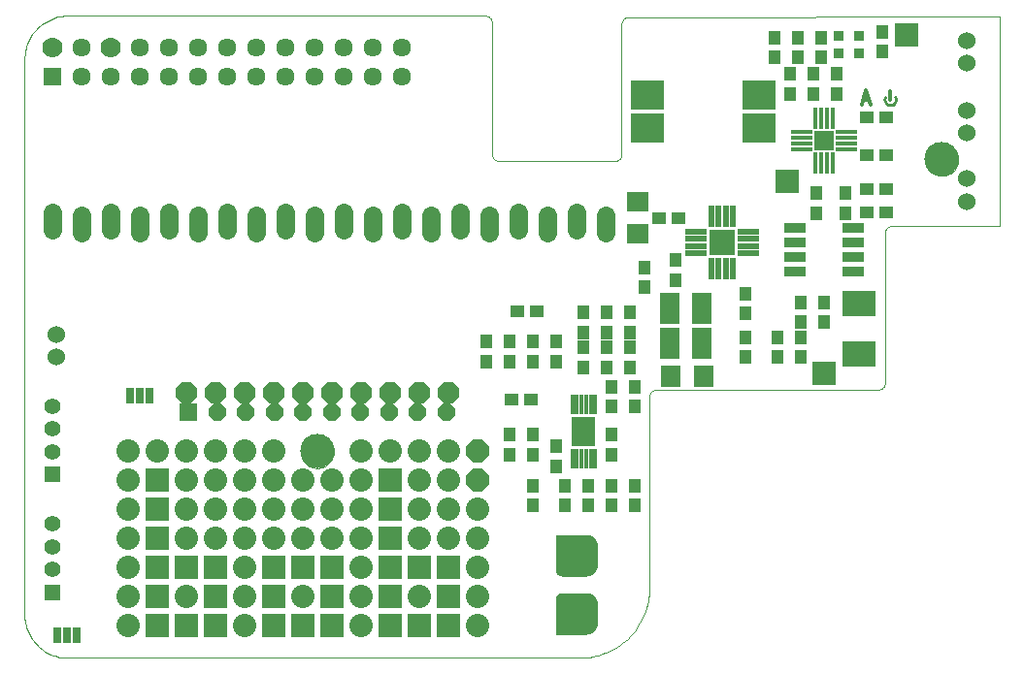
<source format=gts>
G75*
G70*
%OFA0B0*%
%FSLAX24Y24*%
%IPPOS*%
%LPD*%
%AMOC8*
5,1,8,0,0,1.08239X$1,22.5*
%
%ADD10C,0.0120*%
%ADD11C,0.0100*%
%ADD12C,0.0000*%
%ADD13C,0.0001*%
%ADD14R,0.0634X0.0634*%
%ADD15C,0.0700*%
%ADD16C,0.0634*%
%ADD17C,0.1182*%
%ADD18R,0.0434X0.0473*%
%ADD19R,0.0473X0.0434*%
%ADD20R,0.0749X0.0670*%
%ADD21R,0.0355X0.0355*%
%ADD22C,0.0600*%
%ADD23R,0.0555X0.0555*%
%ADD24C,0.0555*%
%ADD25C,0.0640*%
%ADD26R,0.1120X0.0890*%
%ADD27R,0.0741X0.0323*%
%ADD28OC8,0.0740*%
%ADD29R,0.0140X0.0660*%
%ADD30R,0.0810X0.1000*%
%ADD31R,0.0740X0.0160*%
%ADD32R,0.0160X0.0740*%
%ADD33R,0.0710X0.0710*%
%ADD34R,0.0740X0.0190*%
%ADD35R,0.0190X0.0740*%
%ADD36R,0.0890X0.0890*%
%ADD37R,0.0670X0.1103*%
%ADD38R,0.0670X0.0750*%
%ADD39R,0.1142X0.1005*%
%ADD40C,0.1040*%
%ADD41R,0.0840X0.0840*%
%ADD42R,0.0290X0.0540*%
%ADD43R,0.0594X0.0594*%
%ADD44OC8,0.0594*%
%ADD45C,0.0800*%
%ADD46R,0.0800X0.0800*%
%ADD47OC8,0.0800*%
D10*
X035624Y020474D02*
X035774Y020974D01*
X035924Y020474D01*
X035874Y020624D02*
X035674Y020624D01*
X036594Y020624D02*
X036594Y020924D01*
D11*
X036424Y020725D02*
X036415Y020700D01*
X036408Y020674D01*
X036406Y020647D01*
X036407Y020620D01*
X036412Y020594D01*
X036421Y020569D01*
X036433Y020545D01*
X036448Y020523D01*
X036466Y020503D01*
X036486Y020486D01*
X036509Y020472D01*
X036534Y020461D01*
X036559Y020454D01*
X036586Y020450D01*
X036612Y020450D01*
X036639Y020454D01*
X036664Y020461D01*
X036689Y020472D01*
X036712Y020486D01*
X036732Y020503D01*
X036750Y020523D01*
X036765Y020545D01*
X036777Y020569D01*
X036786Y020594D01*
X036791Y020620D01*
X036792Y020647D01*
X036790Y020674D01*
X036783Y020700D01*
X036774Y020725D01*
D12*
X006873Y022025D02*
X006865Y002944D01*
X006867Y002868D01*
X006873Y002792D01*
X006882Y002716D01*
X006896Y002642D01*
X006913Y002568D01*
X006934Y002495D01*
X006958Y002423D01*
X006987Y002352D01*
X007018Y002283D01*
X007054Y002216D01*
X007092Y002150D01*
X007134Y002087D01*
X007179Y002026D01*
X007227Y001967D01*
X007278Y001910D01*
X007332Y001857D01*
X007388Y001806D01*
X007447Y001758D01*
X007508Y001713D01*
X007572Y001671D01*
X007637Y001632D01*
X007705Y001597D01*
X007774Y001566D01*
X007844Y001537D01*
X007916Y001513D01*
X007989Y001492D01*
X008063Y001475D01*
X008138Y001461D01*
X008213Y001452D01*
X008289Y001446D01*
X008365Y001444D01*
X025924Y001444D01*
X026124Y002274D02*
X025124Y002274D01*
X025124Y003474D01*
X025129Y003519D01*
X025144Y003561D01*
X025168Y003599D01*
X025199Y003631D01*
X025237Y003655D01*
X025279Y003669D01*
X025324Y003674D01*
X026124Y003674D01*
X026193Y003668D01*
X026261Y003650D01*
X026324Y003621D01*
X026381Y003581D01*
X026430Y003532D01*
X026470Y003474D01*
X026500Y003411D01*
X026518Y003344D01*
X026524Y003274D01*
X026524Y002674D01*
X026518Y002605D01*
X026500Y002538D01*
X026470Y002474D01*
X026430Y002417D01*
X026381Y002368D01*
X026324Y002328D01*
X026261Y002299D01*
X026193Y002280D01*
X026124Y002274D01*
X025924Y001444D02*
X026038Y001447D01*
X026152Y001455D01*
X026266Y001468D01*
X026378Y001487D01*
X026490Y001512D01*
X026600Y001541D01*
X026709Y001576D01*
X026816Y001616D01*
X026921Y001661D01*
X027024Y001711D01*
X027124Y001766D01*
X027222Y001825D01*
X027316Y001889D01*
X027408Y001957D01*
X027496Y002030D01*
X027580Y002107D01*
X027661Y002188D01*
X027738Y002272D01*
X027811Y002360D01*
X027879Y002452D01*
X027943Y002546D01*
X028002Y002644D01*
X028057Y002744D01*
X028107Y002847D01*
X028152Y002952D01*
X028192Y003059D01*
X028227Y003168D01*
X028256Y003278D01*
X028281Y003390D01*
X028300Y003502D01*
X028313Y003616D01*
X028321Y003730D01*
X028324Y003844D01*
X028324Y010414D01*
X028326Y010444D01*
X028331Y010474D01*
X028340Y010503D01*
X028353Y010530D01*
X028368Y010556D01*
X028387Y010580D01*
X028408Y010601D01*
X028432Y010620D01*
X028458Y010635D01*
X028485Y010648D01*
X028514Y010657D01*
X028544Y010662D01*
X028574Y010664D01*
X036174Y010664D01*
X036204Y010666D01*
X036234Y010671D01*
X036263Y010680D01*
X036290Y010693D01*
X036316Y010708D01*
X036340Y010727D01*
X036361Y010748D01*
X036380Y010772D01*
X036395Y010798D01*
X036408Y010825D01*
X036417Y010854D01*
X036422Y010884D01*
X036424Y010914D01*
X036424Y016054D01*
X036426Y016084D01*
X036431Y016114D01*
X036440Y016143D01*
X036453Y016170D01*
X036468Y016196D01*
X036487Y016220D01*
X036508Y016241D01*
X036532Y016260D01*
X036558Y016275D01*
X036585Y016288D01*
X036614Y016297D01*
X036644Y016302D01*
X036674Y016304D01*
X040364Y016304D01*
X040364Y023484D01*
X027624Y023475D01*
X027594Y023473D01*
X027564Y023468D01*
X027535Y023459D01*
X027508Y023446D01*
X027482Y023431D01*
X027458Y023412D01*
X027437Y023391D01*
X027418Y023367D01*
X027403Y023341D01*
X027390Y023314D01*
X027381Y023285D01*
X027376Y023255D01*
X027374Y023225D01*
X027374Y018774D01*
X027372Y018744D01*
X027367Y018714D01*
X027358Y018685D01*
X027345Y018658D01*
X027330Y018632D01*
X027311Y018608D01*
X027290Y018587D01*
X027266Y018568D01*
X027240Y018553D01*
X027213Y018540D01*
X027184Y018531D01*
X027154Y018526D01*
X027124Y018524D01*
X023174Y018524D01*
X023144Y018526D01*
X023114Y018531D01*
X023085Y018540D01*
X023058Y018553D01*
X023032Y018568D01*
X023008Y018587D01*
X022987Y018608D01*
X022968Y018632D01*
X022953Y018658D01*
X022940Y018685D01*
X022931Y018714D01*
X022926Y018744D01*
X022924Y018774D01*
X022924Y023274D01*
X022922Y023304D01*
X022917Y023334D01*
X022908Y023363D01*
X022895Y023390D01*
X022880Y023416D01*
X022861Y023440D01*
X022840Y023461D01*
X022816Y023480D01*
X022790Y023495D01*
X022763Y023508D01*
X022734Y023517D01*
X022704Y023522D01*
X022674Y023524D01*
X008373Y023524D01*
X008297Y023522D01*
X008221Y023516D01*
X008146Y023507D01*
X008071Y023493D01*
X007997Y023476D01*
X007924Y023455D01*
X007852Y023431D01*
X007782Y023402D01*
X007712Y023371D01*
X007645Y023336D01*
X007580Y023297D01*
X007516Y023255D01*
X007455Y023210D01*
X007396Y023162D01*
X007340Y023111D01*
X007286Y023058D01*
X007235Y023001D01*
X007187Y022942D01*
X007142Y022881D01*
X007100Y022818D01*
X007062Y022752D01*
X007026Y022685D01*
X006995Y022616D01*
X006967Y022545D01*
X006942Y022473D01*
X006921Y022400D01*
X006904Y022326D01*
X006890Y022252D01*
X006881Y022176D01*
X006875Y022101D01*
X006873Y022025D01*
X016347Y008543D02*
X016349Y008590D01*
X016355Y008637D01*
X016364Y008683D01*
X016378Y008728D01*
X016395Y008772D01*
X016416Y008815D01*
X016440Y008855D01*
X016467Y008894D01*
X016498Y008930D01*
X016531Y008963D01*
X016567Y008994D01*
X016606Y009021D01*
X016646Y009045D01*
X016689Y009066D01*
X016733Y009083D01*
X016778Y009097D01*
X016824Y009106D01*
X016871Y009112D01*
X016918Y009114D01*
X016965Y009112D01*
X017012Y009106D01*
X017058Y009097D01*
X017103Y009083D01*
X017147Y009066D01*
X017190Y009045D01*
X017230Y009021D01*
X017269Y008994D01*
X017305Y008963D01*
X017338Y008930D01*
X017369Y008894D01*
X017396Y008855D01*
X017420Y008815D01*
X017441Y008772D01*
X017458Y008728D01*
X017472Y008683D01*
X017481Y008637D01*
X017487Y008590D01*
X017489Y008543D01*
X017487Y008496D01*
X017481Y008449D01*
X017472Y008403D01*
X017458Y008358D01*
X017441Y008314D01*
X017420Y008271D01*
X017396Y008231D01*
X017369Y008192D01*
X017338Y008156D01*
X017305Y008123D01*
X017269Y008092D01*
X017230Y008065D01*
X017190Y008041D01*
X017147Y008020D01*
X017103Y008003D01*
X017058Y007989D01*
X017012Y007980D01*
X016965Y007974D01*
X016918Y007972D01*
X016871Y007974D01*
X016824Y007980D01*
X016778Y007989D01*
X016733Y008003D01*
X016689Y008020D01*
X016646Y008041D01*
X016606Y008065D01*
X016567Y008092D01*
X016531Y008123D01*
X016498Y008156D01*
X016467Y008192D01*
X016440Y008231D01*
X016416Y008271D01*
X016395Y008314D01*
X016378Y008358D01*
X016364Y008403D01*
X016355Y008449D01*
X016349Y008496D01*
X016347Y008543D01*
X025124Y005674D02*
X025124Y004474D01*
X025129Y004430D01*
X025144Y004388D01*
X025168Y004350D01*
X025199Y004318D01*
X025237Y004294D01*
X025279Y004279D01*
X025324Y004274D01*
X026124Y004274D01*
X026193Y004280D01*
X026261Y004299D01*
X026324Y004328D01*
X026381Y004368D01*
X026430Y004417D01*
X026470Y004474D01*
X026500Y004538D01*
X026518Y004605D01*
X026524Y004674D01*
X026524Y005274D01*
X026518Y005344D01*
X026500Y005411D01*
X026470Y005474D01*
X026430Y005532D01*
X026381Y005581D01*
X026324Y005621D01*
X026261Y005650D01*
X026193Y005668D01*
X026124Y005674D01*
X025124Y005674D01*
X037792Y018586D02*
X037794Y018633D01*
X037800Y018680D01*
X037809Y018726D01*
X037823Y018771D01*
X037840Y018815D01*
X037861Y018858D01*
X037885Y018898D01*
X037912Y018937D01*
X037943Y018973D01*
X037976Y019006D01*
X038012Y019037D01*
X038051Y019064D01*
X038091Y019088D01*
X038134Y019109D01*
X038178Y019126D01*
X038223Y019140D01*
X038269Y019149D01*
X038316Y019155D01*
X038363Y019157D01*
X038410Y019155D01*
X038457Y019149D01*
X038503Y019140D01*
X038548Y019126D01*
X038592Y019109D01*
X038635Y019088D01*
X038675Y019064D01*
X038714Y019037D01*
X038750Y019006D01*
X038783Y018973D01*
X038814Y018937D01*
X038841Y018898D01*
X038865Y018858D01*
X038886Y018815D01*
X038903Y018771D01*
X038917Y018726D01*
X038926Y018680D01*
X038932Y018633D01*
X038934Y018586D01*
X038932Y018539D01*
X038926Y018492D01*
X038917Y018446D01*
X038903Y018401D01*
X038886Y018357D01*
X038865Y018314D01*
X038841Y018274D01*
X038814Y018235D01*
X038783Y018199D01*
X038750Y018166D01*
X038714Y018135D01*
X038675Y018108D01*
X038635Y018084D01*
X038592Y018063D01*
X038548Y018046D01*
X038503Y018032D01*
X038457Y018023D01*
X038410Y018017D01*
X038363Y018015D01*
X038316Y018017D01*
X038269Y018023D01*
X038223Y018032D01*
X038178Y018046D01*
X038134Y018063D01*
X038091Y018084D01*
X038051Y018108D01*
X038012Y018135D01*
X037976Y018166D01*
X037943Y018199D01*
X037912Y018235D01*
X037885Y018274D01*
X037861Y018314D01*
X037840Y018357D01*
X037823Y018401D01*
X037809Y018446D01*
X037800Y018492D01*
X037794Y018539D01*
X037792Y018586D01*
D13*
X026231Y005658D02*
X025124Y005658D01*
X025124Y005657D02*
X026235Y005657D01*
X026238Y005656D02*
X025124Y005656D01*
X025124Y005655D02*
X026242Y005655D01*
X026246Y005654D02*
X025124Y005654D01*
X025124Y005653D02*
X026250Y005653D01*
X026253Y005652D02*
X025124Y005652D01*
X025124Y005651D02*
X026257Y005651D01*
X026261Y005650D02*
X025124Y005650D01*
X025124Y005649D02*
X026263Y005649D01*
X026265Y005648D02*
X025124Y005648D01*
X025124Y005647D02*
X026267Y005647D01*
X026269Y005646D02*
X025124Y005646D01*
X025124Y005645D02*
X026271Y005645D01*
X026274Y005644D02*
X025124Y005644D01*
X025124Y005643D02*
X026276Y005643D01*
X026278Y005642D02*
X025124Y005642D01*
X025124Y005641D02*
X026280Y005641D01*
X026282Y005640D02*
X025124Y005640D01*
X025124Y005639D02*
X026284Y005639D01*
X026286Y005638D02*
X025124Y005638D01*
X025124Y005637D02*
X026289Y005637D01*
X026291Y005636D02*
X025124Y005636D01*
X025124Y005635D02*
X026293Y005635D01*
X026295Y005634D02*
X025124Y005634D01*
X025124Y005633D02*
X026297Y005633D01*
X026299Y005632D02*
X025124Y005632D01*
X025124Y005631D02*
X026301Y005631D01*
X026304Y005630D02*
X025124Y005630D01*
X025124Y005629D02*
X026306Y005629D01*
X026308Y005628D02*
X025124Y005628D01*
X025124Y005627D02*
X026310Y005627D01*
X026312Y005626D02*
X025124Y005626D01*
X025124Y005625D02*
X026314Y005625D01*
X026316Y005624D02*
X025124Y005624D01*
X025124Y005623D02*
X026319Y005623D01*
X026321Y005622D02*
X025124Y005622D01*
X025124Y005621D02*
X026323Y005621D01*
X026325Y005620D02*
X025124Y005620D01*
X025124Y005619D02*
X026326Y005619D01*
X026327Y005618D02*
X025124Y005618D01*
X025124Y005617D02*
X026329Y005617D01*
X026330Y005616D02*
X025124Y005616D01*
X025124Y005615D02*
X026332Y005615D01*
X026333Y005614D02*
X025124Y005614D01*
X025124Y005613D02*
X026335Y005613D01*
X026336Y005612D02*
X025124Y005612D01*
X025124Y005611D02*
X026337Y005611D01*
X026339Y005610D02*
X025124Y005610D01*
X025124Y005609D02*
X026340Y005609D01*
X026342Y005608D02*
X025124Y005608D01*
X025124Y005607D02*
X026343Y005607D01*
X026345Y005606D02*
X025124Y005606D01*
X025124Y005605D02*
X026346Y005605D01*
X026347Y005604D02*
X025124Y005604D01*
X025124Y005603D02*
X026349Y005603D01*
X026350Y005602D02*
X025124Y005602D01*
X025124Y005601D02*
X026352Y005601D01*
X026353Y005600D02*
X025124Y005600D01*
X025124Y005599D02*
X026355Y005599D01*
X026356Y005598D02*
X025124Y005598D01*
X025124Y005597D02*
X026357Y005597D01*
X026359Y005596D02*
X025124Y005596D01*
X025124Y005595D02*
X026360Y005595D01*
X026362Y005594D02*
X025124Y005594D01*
X025124Y005593D02*
X026363Y005593D01*
X026365Y005592D02*
X025124Y005592D01*
X025124Y005591D02*
X026366Y005591D01*
X026367Y005590D02*
X025124Y005590D01*
X025124Y005589D02*
X026369Y005589D01*
X026370Y005588D02*
X025124Y005588D01*
X025124Y005587D02*
X026372Y005587D01*
X026373Y005586D02*
X025124Y005586D01*
X025124Y005585D02*
X026375Y005585D01*
X026376Y005584D02*
X025124Y005584D01*
X025124Y005583D02*
X026377Y005583D01*
X026379Y005582D02*
X025124Y005582D01*
X025124Y005581D02*
X026380Y005581D01*
X026381Y005580D02*
X025124Y005580D01*
X025124Y005579D02*
X026382Y005579D01*
X026383Y005578D02*
X025124Y005578D01*
X025124Y005577D02*
X026384Y005577D01*
X026385Y005576D02*
X025124Y005576D01*
X025124Y005575D02*
X026386Y005575D01*
X026387Y005574D02*
X025124Y005574D01*
X025124Y005573D02*
X026388Y005573D01*
X026389Y005572D02*
X025124Y005572D01*
X025124Y005571D02*
X026390Y005571D01*
X026391Y005570D02*
X025124Y005570D01*
X025124Y005569D02*
X026392Y005569D01*
X026393Y005568D02*
X025124Y005568D01*
X025124Y005567D02*
X026394Y005567D01*
X026395Y005566D02*
X025124Y005566D01*
X025124Y005565D02*
X026396Y005565D01*
X026397Y005564D02*
X025124Y005564D01*
X025124Y005563D02*
X026398Y005563D01*
X026399Y005562D02*
X025124Y005562D01*
X025124Y005561D02*
X026400Y005561D01*
X026401Y005560D02*
X025124Y005560D01*
X025124Y005559D02*
X026402Y005559D01*
X026403Y005558D02*
X025124Y005558D01*
X025124Y005557D02*
X026404Y005557D01*
X026405Y005556D02*
X025124Y005556D01*
X025124Y005555D02*
X026406Y005555D01*
X026407Y005554D02*
X025124Y005554D01*
X025124Y005553D02*
X026408Y005553D01*
X026409Y005552D02*
X025124Y005552D01*
X025124Y005551D02*
X026410Y005551D01*
X026411Y005550D02*
X025124Y005550D01*
X025124Y005549D02*
X026412Y005549D01*
X026413Y005548D02*
X025124Y005548D01*
X025124Y005547D02*
X026414Y005547D01*
X026415Y005546D02*
X025124Y005546D01*
X025124Y005545D02*
X026416Y005545D01*
X026417Y005544D02*
X025124Y005544D01*
X025124Y005543D02*
X026418Y005543D01*
X026419Y005542D02*
X025124Y005542D01*
X025124Y005541D02*
X026420Y005541D01*
X026421Y005540D02*
X025124Y005540D01*
X025124Y005539D02*
X026422Y005539D01*
X026423Y005538D02*
X025124Y005538D01*
X025124Y005537D02*
X026424Y005537D01*
X026425Y005536D02*
X025124Y005536D01*
X025124Y005535D02*
X026426Y005535D01*
X026427Y005534D02*
X025124Y005534D01*
X025124Y005533D02*
X026428Y005533D01*
X026429Y005532D02*
X025124Y005532D01*
X025124Y005531D02*
X026430Y005531D01*
X026431Y005530D02*
X025124Y005530D01*
X025124Y005529D02*
X026432Y005529D01*
X026433Y005528D02*
X025124Y005528D01*
X025124Y005527D02*
X026433Y005527D01*
X026434Y005526D02*
X025124Y005526D01*
X025124Y005525D02*
X026435Y005525D01*
X026435Y005524D02*
X025124Y005524D01*
X025124Y005523D02*
X026436Y005523D01*
X026437Y005522D02*
X025124Y005522D01*
X025124Y005521D02*
X026437Y005521D01*
X026438Y005520D02*
X025124Y005520D01*
X025124Y005519D02*
X026439Y005519D01*
X026439Y005518D02*
X025124Y005518D01*
X025124Y005517D02*
X026440Y005517D01*
X026441Y005516D02*
X025124Y005516D01*
X025124Y005515D02*
X026442Y005515D01*
X026442Y005514D02*
X025124Y005514D01*
X025124Y005513D02*
X026443Y005513D01*
X026444Y005512D02*
X025124Y005512D01*
X025124Y005511D02*
X026444Y005511D01*
X026445Y005510D02*
X025124Y005510D01*
X025124Y005509D02*
X026446Y005509D01*
X026446Y005508D02*
X025124Y005508D01*
X025124Y005507D02*
X026447Y005507D01*
X026448Y005506D02*
X025124Y005506D01*
X025124Y005505D02*
X026449Y005505D01*
X026449Y005504D02*
X025124Y005504D01*
X025124Y005503D02*
X026450Y005503D01*
X026451Y005502D02*
X025124Y005502D01*
X025124Y005501D02*
X026451Y005501D01*
X026452Y005500D02*
X025124Y005500D01*
X025124Y005499D02*
X026453Y005499D01*
X026453Y005498D02*
X025124Y005498D01*
X025124Y005497D02*
X026454Y005497D01*
X026455Y005496D02*
X025124Y005496D01*
X025124Y005495D02*
X026456Y005495D01*
X026456Y005494D02*
X025124Y005494D01*
X025124Y005493D02*
X026457Y005493D01*
X026458Y005492D02*
X025124Y005492D01*
X025124Y005491D02*
X026458Y005491D01*
X026459Y005490D02*
X025124Y005490D01*
X025124Y005489D02*
X026460Y005489D01*
X026460Y005488D02*
X025124Y005488D01*
X025124Y005487D02*
X026461Y005487D01*
X026462Y005486D02*
X025124Y005486D01*
X025124Y005485D02*
X026463Y005485D01*
X026463Y005484D02*
X025124Y005484D01*
X025124Y005483D02*
X026464Y005483D01*
X026465Y005482D02*
X025124Y005482D01*
X025124Y005481D02*
X026465Y005481D01*
X026466Y005480D02*
X025124Y005480D01*
X025124Y005479D02*
X026467Y005479D01*
X026467Y005478D02*
X025124Y005478D01*
X025124Y005477D02*
X026468Y005477D01*
X026469Y005476D02*
X025124Y005476D01*
X025124Y005475D02*
X026470Y005475D01*
X026470Y005474D02*
X025124Y005474D01*
X025124Y005473D02*
X026471Y005473D01*
X026471Y005472D02*
X025124Y005472D01*
X025124Y005471D02*
X026472Y005471D01*
X026472Y005470D02*
X025124Y005470D01*
X025124Y005469D02*
X026473Y005469D01*
X026473Y005468D02*
X025124Y005468D01*
X025124Y005467D02*
X026474Y005467D01*
X026474Y005466D02*
X025124Y005466D01*
X025124Y005465D02*
X026474Y005465D01*
X026475Y005464D02*
X025124Y005464D01*
X025124Y005463D02*
X026475Y005463D01*
X026476Y005462D02*
X025124Y005462D01*
X025124Y005461D02*
X026476Y005461D01*
X026477Y005460D02*
X025124Y005460D01*
X025124Y005459D02*
X026477Y005459D01*
X026478Y005458D02*
X025124Y005458D01*
X025124Y005457D02*
X026478Y005457D01*
X026479Y005456D02*
X025124Y005456D01*
X025124Y005455D02*
X026479Y005455D01*
X026480Y005454D02*
X025124Y005454D01*
X025124Y005453D02*
X026480Y005453D01*
X026481Y005452D02*
X025124Y005452D01*
X025124Y005451D02*
X026481Y005451D01*
X026481Y005450D02*
X025124Y005450D01*
X025124Y005449D02*
X026482Y005449D01*
X026482Y005448D02*
X025124Y005448D01*
X025124Y005447D02*
X026483Y005447D01*
X026483Y005446D02*
X025124Y005446D01*
X025124Y005445D02*
X026484Y005445D01*
X026484Y005444D02*
X025124Y005444D01*
X025124Y005443D02*
X026485Y005443D01*
X025124Y005443D01*
X025124Y005442D02*
X026486Y005442D01*
X026486Y005441D02*
X025124Y005441D01*
X025124Y005440D02*
X026487Y005440D01*
X026487Y005439D02*
X025124Y005439D01*
X025124Y005438D02*
X026488Y005438D01*
X026488Y005437D02*
X025124Y005437D01*
X025124Y005436D02*
X026488Y005436D01*
X026489Y005435D02*
X025124Y005435D01*
X025124Y005434D02*
X026489Y005434D01*
X026490Y005433D02*
X025124Y005433D01*
X025124Y005432D02*
X026490Y005432D01*
X026491Y005431D02*
X025124Y005431D01*
X025124Y005430D02*
X026491Y005430D01*
X026492Y005429D02*
X025124Y005429D01*
X025124Y005428D02*
X026492Y005428D01*
X026493Y005427D02*
X025124Y005427D01*
X025124Y005426D02*
X026493Y005426D01*
X026494Y005425D02*
X025124Y005425D01*
X025124Y005424D02*
X026494Y005424D01*
X026495Y005423D02*
X025124Y005423D01*
X025124Y005422D02*
X026495Y005422D01*
X026495Y005421D02*
X025124Y005421D01*
X025124Y005420D02*
X026496Y005420D01*
X026496Y005419D02*
X025124Y005419D01*
X025124Y005418D02*
X026497Y005418D01*
X026497Y005417D02*
X025124Y005417D01*
X025124Y005416D02*
X026498Y005416D01*
X026498Y005415D02*
X025124Y005415D01*
X025124Y005414D02*
X026499Y005414D01*
X026499Y005413D02*
X025124Y005413D01*
X025124Y005412D02*
X026500Y005412D01*
X026500Y005411D02*
X025124Y005411D01*
X025124Y005410D02*
X026500Y005410D01*
X026501Y005409D02*
X025124Y005409D01*
X025124Y005408D02*
X026501Y005408D01*
X026501Y005407D02*
X025124Y005407D01*
X025124Y005406D02*
X026501Y005406D01*
X026502Y005405D02*
X025124Y005405D01*
X025124Y005404D02*
X026502Y005404D01*
X026502Y005403D02*
X025124Y005403D01*
X025124Y005402D02*
X026502Y005402D01*
X026503Y005401D02*
X025124Y005401D01*
X025124Y005400D02*
X026503Y005400D01*
X026503Y005399D02*
X025124Y005399D01*
X025124Y005398D02*
X026503Y005398D01*
X026504Y005397D02*
X025124Y005397D01*
X025124Y005396D02*
X026504Y005396D01*
X026504Y005395D02*
X025124Y005395D01*
X025124Y005394D02*
X026505Y005394D01*
X026505Y005393D02*
X025124Y005393D01*
X025124Y005392D02*
X026505Y005392D01*
X026505Y005391D02*
X025124Y005391D01*
X025124Y005390D02*
X026506Y005390D01*
X026506Y005389D02*
X025124Y005389D01*
X025124Y005388D02*
X026506Y005388D01*
X026506Y005387D02*
X025124Y005387D01*
X025124Y005386D02*
X026507Y005386D01*
X026507Y005385D02*
X025124Y005385D01*
X025124Y005384D02*
X026507Y005384D01*
X026507Y005383D02*
X025124Y005383D01*
X025124Y005382D02*
X026508Y005382D01*
X026508Y005381D02*
X025124Y005381D01*
X025124Y005380D02*
X026508Y005380D01*
X026509Y005379D02*
X025124Y005379D01*
X025124Y005378D02*
X026509Y005378D01*
X026509Y005377D02*
X025124Y005377D01*
X025124Y005376D02*
X026509Y005376D01*
X026510Y005375D02*
X025124Y005375D01*
X025124Y005374D02*
X026510Y005374D01*
X026510Y005373D02*
X025124Y005373D01*
X025124Y005372D02*
X026510Y005372D01*
X026511Y005371D02*
X025124Y005371D01*
X025124Y005370D02*
X026511Y005370D01*
X026511Y005369D02*
X025124Y005369D01*
X025124Y005368D02*
X026511Y005368D01*
X026512Y005367D02*
X025124Y005367D01*
X025124Y005366D02*
X026512Y005366D01*
X026512Y005365D02*
X025124Y005365D01*
X025124Y005364D02*
X026513Y005364D01*
X026513Y005363D02*
X025124Y005363D01*
X025124Y005362D02*
X026513Y005362D01*
X026513Y005361D02*
X025124Y005361D01*
X025124Y005360D02*
X026514Y005360D01*
X026514Y005359D02*
X025124Y005359D01*
X025124Y005358D02*
X026514Y005358D01*
X026514Y005357D02*
X025124Y005357D01*
X025124Y005356D02*
X026515Y005356D01*
X026515Y005355D02*
X025124Y005355D01*
X025124Y005354D02*
X026515Y005354D01*
X026515Y005353D02*
X025124Y005353D01*
X025124Y005352D02*
X026516Y005352D01*
X026516Y005351D02*
X025124Y005351D01*
X025124Y005350D02*
X026516Y005350D01*
X026517Y005349D02*
X025124Y005349D01*
X025124Y005348D02*
X026517Y005348D01*
X026517Y005347D02*
X025124Y005347D01*
X025124Y005346D02*
X026517Y005346D01*
X026518Y005345D02*
X025124Y005345D01*
X025124Y005344D02*
X026518Y005344D01*
X026518Y005343D02*
X025124Y005343D01*
X025124Y005342D02*
X026518Y005342D01*
X026518Y005341D02*
X025124Y005341D01*
X025124Y005340D02*
X026518Y005340D01*
X026518Y005339D02*
X025124Y005339D01*
X025124Y005338D02*
X026518Y005338D01*
X026518Y005337D02*
X025124Y005337D01*
X025124Y005336D02*
X026519Y005336D01*
X026519Y005335D02*
X025124Y005335D01*
X025124Y005334D02*
X026519Y005334D01*
X026519Y005333D02*
X025124Y005333D01*
X025124Y005332D02*
X026519Y005332D01*
X026519Y005331D02*
X025124Y005331D01*
X025124Y005330D02*
X026519Y005330D01*
X026519Y005329D02*
X025124Y005329D01*
X025124Y005328D02*
X026519Y005328D01*
X026519Y005327D02*
X025124Y005327D01*
X025124Y005326D02*
X026519Y005326D01*
X026520Y005325D02*
X025124Y005325D01*
X025124Y005324D02*
X026520Y005324D01*
X026520Y005323D02*
X025124Y005323D01*
X025124Y005322D02*
X026520Y005322D01*
X026520Y005321D02*
X025124Y005321D01*
X025124Y005320D02*
X026520Y005320D01*
X026520Y005319D02*
X025124Y005319D01*
X025124Y005318D02*
X026520Y005318D01*
X026520Y005317D02*
X025124Y005317D01*
X025124Y005316D02*
X026520Y005316D01*
X026520Y005315D02*
X025124Y005315D01*
X025124Y005314D02*
X026520Y005314D01*
X026521Y005313D02*
X025124Y005313D01*
X025124Y005312D02*
X026521Y005312D01*
X026521Y005311D02*
X025124Y005311D01*
X025124Y005310D02*
X026521Y005310D01*
X026521Y005309D02*
X025124Y005309D01*
X025124Y005308D02*
X026521Y005308D01*
X026521Y005307D02*
X025124Y005307D01*
X025124Y005306D02*
X026521Y005306D01*
X026521Y005305D02*
X025124Y005305D01*
X025124Y005304D02*
X026521Y005304D01*
X026521Y005303D02*
X025124Y005303D01*
X025124Y005302D02*
X026522Y005302D01*
X026522Y005301D02*
X025124Y005301D01*
X025124Y005300D02*
X026522Y005300D01*
X026522Y005299D02*
X025124Y005299D01*
X025124Y005298D02*
X026522Y005298D01*
X026522Y005297D02*
X025124Y005297D01*
X025124Y005296D02*
X026522Y005296D01*
X026522Y005295D02*
X025124Y005295D01*
X025124Y005294D02*
X026522Y005294D01*
X026522Y005293D02*
X025124Y005293D01*
X025124Y005292D02*
X026522Y005292D01*
X026522Y005291D02*
X025124Y005291D01*
X025124Y005290D02*
X026523Y005290D01*
X026523Y005289D02*
X025124Y005289D01*
X025124Y005288D02*
X026523Y005288D01*
X026523Y005287D02*
X025124Y005287D01*
X025124Y005286D02*
X026523Y005286D01*
X026523Y005285D02*
X025124Y005285D01*
X025124Y005284D02*
X026523Y005284D01*
X026523Y005283D02*
X025124Y005283D01*
X025124Y005282D02*
X026523Y005282D01*
X026523Y005281D02*
X025124Y005281D01*
X025124Y005280D02*
X026523Y005280D01*
X026524Y005279D02*
X025124Y005279D01*
X025124Y005278D02*
X026524Y005278D01*
X026524Y005277D02*
X025124Y005277D01*
X025124Y005276D02*
X026524Y005276D01*
X026524Y005275D02*
X025124Y005275D01*
X025124Y005274D02*
X026524Y005274D01*
X026524Y005273D02*
X025124Y005273D01*
X025124Y005272D02*
X026524Y005272D01*
X026524Y005271D02*
X025124Y005271D01*
X025124Y005270D02*
X026524Y005270D01*
X026524Y005269D02*
X025124Y005269D01*
X025124Y005268D02*
X026524Y005268D01*
X026524Y005267D02*
X025124Y005267D01*
X025124Y005266D02*
X026524Y005266D01*
X026524Y005265D02*
X025124Y005265D01*
X025124Y005264D02*
X026524Y005264D01*
X026524Y005263D02*
X025124Y005263D01*
X025124Y005262D02*
X026524Y005262D01*
X026524Y005261D02*
X025124Y005261D01*
X025124Y005260D02*
X026524Y005260D01*
X026524Y005259D02*
X025124Y005259D01*
X025124Y005258D02*
X026524Y005258D01*
X026524Y005257D02*
X025124Y005257D01*
X025124Y005256D02*
X026524Y005256D01*
X026524Y005255D02*
X025124Y005255D01*
X025124Y005254D02*
X026524Y005254D01*
X026524Y005253D02*
X025124Y005253D01*
X025124Y005252D02*
X026524Y005252D01*
X026524Y005251D02*
X025124Y005251D01*
X025124Y005250D02*
X026524Y005250D01*
X026524Y005249D02*
X025124Y005249D01*
X025124Y005248D02*
X026524Y005248D01*
X026524Y005247D02*
X025124Y005247D01*
X025124Y005246D02*
X026524Y005246D01*
X026524Y005245D02*
X025124Y005245D01*
X025124Y005244D02*
X026524Y005244D01*
X026524Y005243D02*
X025124Y005243D01*
X025124Y005242D02*
X026524Y005242D01*
X026524Y005241D02*
X025124Y005241D01*
X025124Y005240D02*
X026524Y005240D01*
X026524Y005239D02*
X025124Y005239D01*
X025124Y005238D02*
X026524Y005238D01*
X026524Y005237D02*
X025124Y005237D01*
X025124Y005236D02*
X026524Y005236D01*
X026524Y005235D02*
X025124Y005235D01*
X025124Y005234D02*
X026524Y005234D01*
X026524Y005233D02*
X025124Y005233D01*
X025124Y005232D02*
X026524Y005232D01*
X026524Y005231D02*
X025124Y005231D01*
X025124Y005230D02*
X026524Y005230D01*
X026524Y005229D02*
X025124Y005229D01*
X025124Y005228D02*
X026524Y005228D01*
X026524Y005227D02*
X025124Y005227D01*
X025124Y005226D02*
X026524Y005226D01*
X026524Y005225D02*
X025124Y005225D01*
X025124Y005224D02*
X026524Y005224D01*
X026524Y005223D02*
X025124Y005223D01*
X025124Y005222D02*
X026524Y005222D01*
X026524Y005221D02*
X025124Y005221D01*
X025124Y005220D02*
X026524Y005220D01*
X026524Y005219D02*
X025124Y005219D01*
X025124Y005218D02*
X026524Y005218D01*
X026524Y005217D02*
X025124Y005217D01*
X025124Y005216D02*
X026524Y005216D01*
X026524Y005215D02*
X025124Y005215D01*
X025124Y005214D02*
X026524Y005214D01*
X026524Y005213D02*
X025124Y005213D01*
X025124Y005212D02*
X026524Y005212D01*
X026524Y005211D02*
X025124Y005211D01*
X025124Y005210D02*
X026524Y005210D01*
X026524Y005209D02*
X025124Y005209D01*
X025124Y005208D02*
X026524Y005208D01*
X026524Y005207D02*
X025124Y005207D01*
X025124Y005206D02*
X026524Y005206D01*
X026524Y005205D02*
X025124Y005205D01*
X025124Y005204D02*
X026524Y005204D01*
X026524Y005203D02*
X025124Y005203D01*
X025124Y005202D02*
X026524Y005202D01*
X026524Y005201D02*
X025124Y005201D01*
X025124Y005200D02*
X026524Y005200D01*
X026524Y005199D02*
X025124Y005199D01*
X025124Y005198D02*
X026524Y005198D01*
X026524Y005197D02*
X025124Y005197D01*
X025124Y005196D02*
X026524Y005196D01*
X026524Y005195D02*
X025124Y005195D01*
X025124Y005194D02*
X026524Y005194D01*
X026524Y005193D02*
X025124Y005193D01*
X025124Y005192D02*
X026524Y005192D01*
X026524Y005191D02*
X025124Y005191D01*
X025124Y005190D02*
X026524Y005190D01*
X026524Y005189D02*
X025124Y005189D01*
X025124Y005188D02*
X026524Y005188D01*
X026524Y005187D02*
X025124Y005187D01*
X025124Y005186D02*
X026524Y005186D01*
X026524Y005185D02*
X025124Y005185D01*
X025124Y005184D02*
X026524Y005184D01*
X026524Y005183D02*
X025124Y005183D01*
X025124Y005182D02*
X026524Y005182D01*
X026524Y005181D02*
X025124Y005181D01*
X025124Y005180D02*
X026524Y005180D01*
X026524Y005179D02*
X025124Y005179D01*
X025124Y005178D02*
X026524Y005178D01*
X026524Y005177D02*
X025124Y005177D01*
X025124Y005176D02*
X026524Y005176D01*
X026524Y005175D02*
X025124Y005175D01*
X025124Y005174D02*
X026524Y005174D01*
X026524Y005173D02*
X025124Y005173D01*
X025124Y005172D02*
X026524Y005172D01*
X026524Y005171D02*
X025124Y005171D01*
X025124Y005170D02*
X026524Y005170D01*
X026524Y005169D02*
X025124Y005169D01*
X025124Y005168D02*
X026524Y005168D01*
X026524Y005167D02*
X025124Y005167D01*
X025124Y005166D02*
X026524Y005166D01*
X026524Y005165D02*
X025124Y005165D01*
X025124Y005164D02*
X026524Y005164D01*
X026524Y005163D02*
X025124Y005163D01*
X025124Y005162D02*
X026524Y005162D01*
X026524Y005161D02*
X025124Y005161D01*
X025124Y005160D02*
X026524Y005160D01*
X026524Y005159D02*
X025124Y005159D01*
X025124Y005158D02*
X026524Y005158D01*
X026524Y005157D02*
X025124Y005157D01*
X025124Y005156D02*
X026524Y005156D01*
X026524Y005155D02*
X025124Y005155D01*
X025124Y005154D02*
X026524Y005154D01*
X026524Y005153D02*
X025124Y005153D01*
X025124Y005152D02*
X026524Y005152D01*
X026524Y005151D02*
X025124Y005151D01*
X025124Y005150D02*
X026524Y005150D01*
X026524Y005149D02*
X025124Y005149D01*
X025124Y005148D02*
X026524Y005148D01*
X026524Y005147D02*
X025124Y005147D01*
X025124Y005146D02*
X026524Y005146D01*
X026524Y005145D02*
X025124Y005145D01*
X025124Y005144D02*
X026524Y005144D01*
X026524Y005143D02*
X025124Y005143D01*
X025124Y005142D02*
X026524Y005142D01*
X026524Y005141D02*
X025124Y005141D01*
X025124Y005140D02*
X026524Y005140D01*
X026524Y005139D02*
X025124Y005139D01*
X025124Y005138D02*
X026524Y005138D01*
X026524Y005137D02*
X025124Y005137D01*
X025124Y005136D02*
X026524Y005136D01*
X026524Y005135D02*
X025124Y005135D01*
X025124Y005134D02*
X026524Y005134D01*
X026524Y005133D02*
X025124Y005133D01*
X025124Y005132D02*
X026524Y005132D01*
X026524Y005131D02*
X025124Y005131D01*
X025124Y005130D02*
X026524Y005130D01*
X026524Y005129D02*
X025124Y005129D01*
X025124Y005128D02*
X026524Y005128D01*
X026524Y005127D02*
X025124Y005127D01*
X025124Y005126D02*
X026524Y005126D01*
X026524Y005125D02*
X025124Y005125D01*
X025124Y005124D02*
X026524Y005124D01*
X026524Y005123D02*
X025124Y005123D01*
X025124Y005122D02*
X026524Y005122D01*
X026524Y005121D02*
X025124Y005121D01*
X025124Y005120D02*
X026524Y005120D01*
X026524Y005119D02*
X025124Y005119D01*
X025124Y005118D02*
X026524Y005118D01*
X026524Y005117D02*
X025124Y005117D01*
X025124Y005116D02*
X026524Y005116D01*
X026524Y005115D02*
X025124Y005115D01*
X025124Y005114D02*
X026524Y005114D01*
X026524Y005113D02*
X025124Y005113D01*
X025124Y005112D02*
X026524Y005112D01*
X026524Y005111D02*
X025124Y005111D01*
X025124Y005110D02*
X026524Y005110D01*
X026524Y005109D02*
X025124Y005109D01*
X025124Y005108D02*
X026524Y005108D01*
X026524Y005107D02*
X025124Y005107D01*
X025124Y005106D02*
X026524Y005106D01*
X026524Y005105D02*
X025124Y005105D01*
X025124Y005104D02*
X026524Y005104D01*
X026524Y005103D02*
X025124Y005103D01*
X025124Y005102D02*
X026524Y005102D01*
X026524Y005101D02*
X025124Y005101D01*
X025124Y005100D02*
X026524Y005100D01*
X026524Y005099D02*
X025124Y005099D01*
X025124Y005098D02*
X026524Y005098D01*
X026524Y005097D02*
X025124Y005097D01*
X025124Y005096D02*
X026524Y005096D01*
X026524Y005095D02*
X025124Y005095D01*
X025124Y005094D02*
X026524Y005094D01*
X026524Y005093D02*
X025124Y005093D01*
X025124Y005092D02*
X026524Y005092D01*
X026524Y005091D02*
X025124Y005091D01*
X025124Y005090D02*
X026524Y005090D01*
X026524Y005089D02*
X025124Y005089D01*
X025124Y005088D02*
X026524Y005088D01*
X026524Y005087D02*
X025124Y005087D01*
X025124Y005086D02*
X026524Y005086D01*
X026524Y005085D02*
X025124Y005085D01*
X025124Y005084D02*
X026524Y005084D01*
X026524Y005083D02*
X025124Y005083D01*
X025124Y005082D02*
X026524Y005082D01*
X026524Y005081D02*
X025124Y005081D01*
X025124Y005080D02*
X026524Y005080D01*
X026524Y005079D02*
X025124Y005079D01*
X025124Y005078D02*
X026524Y005078D01*
X026524Y005077D02*
X025124Y005077D01*
X025124Y005076D02*
X026524Y005076D01*
X026524Y005075D02*
X025124Y005075D01*
X025124Y005074D02*
X026524Y005074D01*
X026524Y005073D02*
X025124Y005073D01*
X025124Y005072D02*
X026524Y005072D01*
X026524Y005071D02*
X025124Y005071D01*
X025124Y005070D02*
X026524Y005070D01*
X026524Y005069D02*
X025124Y005069D01*
X025124Y005068D02*
X026524Y005068D01*
X026524Y005067D02*
X025124Y005067D01*
X025124Y005066D02*
X026524Y005066D01*
X026524Y005065D02*
X025124Y005065D01*
X025124Y005064D02*
X026524Y005064D01*
X026524Y005063D02*
X025124Y005063D01*
X025124Y005062D02*
X026524Y005062D01*
X026524Y005061D02*
X025124Y005061D01*
X025124Y005060D02*
X026524Y005060D01*
X026524Y005059D02*
X025124Y005059D01*
X025124Y005058D02*
X026524Y005058D01*
X026524Y005057D02*
X025124Y005057D01*
X025124Y005056D02*
X026524Y005056D01*
X026524Y005055D02*
X025124Y005055D01*
X025124Y005054D02*
X026524Y005054D01*
X026524Y005053D02*
X025124Y005053D01*
X025124Y005052D02*
X026524Y005052D01*
X026524Y005051D02*
X025124Y005051D01*
X025124Y005050D02*
X026524Y005050D01*
X026524Y005049D02*
X025124Y005049D01*
X025124Y005048D02*
X026524Y005048D01*
X026524Y005047D02*
X025124Y005047D01*
X025124Y005046D02*
X026524Y005046D01*
X026524Y005045D02*
X025124Y005045D01*
X025124Y005044D02*
X026524Y005044D01*
X026524Y005043D02*
X025124Y005043D01*
X025124Y005042D02*
X026524Y005042D01*
X026524Y005041D02*
X025124Y005041D01*
X025124Y005040D02*
X026524Y005040D01*
X026524Y005039D02*
X025124Y005039D01*
X025124Y005038D02*
X026524Y005038D01*
X026524Y005037D02*
X025124Y005037D01*
X025124Y005036D02*
X026524Y005036D01*
X026524Y005035D02*
X025124Y005035D01*
X025124Y005034D02*
X026524Y005034D01*
X026524Y005033D02*
X025124Y005033D01*
X025124Y005032D02*
X026524Y005032D01*
X026524Y005031D02*
X025124Y005031D01*
X025124Y005030D02*
X026524Y005030D01*
X026524Y005029D02*
X025124Y005029D01*
X025124Y005028D02*
X026524Y005028D01*
X026524Y005027D02*
X025124Y005027D01*
X025124Y005026D02*
X026524Y005026D01*
X026524Y005025D02*
X025124Y005025D01*
X025124Y005024D02*
X026524Y005024D01*
X026524Y005023D02*
X025124Y005023D01*
X025124Y005022D02*
X026524Y005022D01*
X026524Y005021D02*
X025124Y005021D01*
X025124Y005020D02*
X026524Y005020D01*
X026524Y005019D02*
X025124Y005019D01*
X025124Y005018D02*
X026524Y005018D01*
X026524Y005017D02*
X025124Y005017D01*
X025124Y005016D02*
X026524Y005016D01*
X026524Y005015D02*
X025124Y005015D01*
X025124Y005014D02*
X026524Y005014D01*
X026524Y005013D02*
X025124Y005013D01*
X025124Y005012D02*
X026524Y005012D01*
X026524Y005011D02*
X025124Y005011D01*
X025124Y005010D02*
X026524Y005010D01*
X026524Y005009D02*
X025124Y005009D01*
X025124Y005008D02*
X026524Y005008D01*
X026524Y005007D02*
X025124Y005007D01*
X025124Y005006D02*
X026524Y005006D01*
X026524Y005005D02*
X025124Y005005D01*
X025124Y005004D02*
X026524Y005004D01*
X026524Y005003D02*
X025124Y005003D01*
X025124Y005002D02*
X026524Y005002D01*
X026524Y005001D02*
X025124Y005001D01*
X025124Y005000D02*
X026524Y005000D01*
X026524Y004999D02*
X025124Y004999D01*
X025124Y004998D02*
X026524Y004998D01*
X026524Y004997D02*
X025124Y004997D01*
X025124Y004996D02*
X026524Y004996D01*
X026524Y004995D02*
X025124Y004995D01*
X025124Y004994D02*
X026524Y004994D01*
X026524Y004993D02*
X025124Y004993D01*
X025124Y004992D02*
X026524Y004992D01*
X026524Y004991D02*
X025124Y004991D01*
X025124Y004990D02*
X026524Y004990D01*
X026524Y004989D02*
X025124Y004989D01*
X025124Y004988D02*
X026524Y004988D01*
X026524Y004987D02*
X025124Y004987D01*
X025124Y004986D02*
X026524Y004986D01*
X026524Y004985D02*
X025124Y004985D01*
X025124Y004984D02*
X026524Y004984D01*
X026524Y004983D02*
X025124Y004983D01*
X025124Y004982D02*
X026524Y004982D01*
X026524Y004981D02*
X025124Y004981D01*
X025124Y004980D02*
X026524Y004980D01*
X026524Y004979D02*
X025124Y004979D01*
X025124Y004978D02*
X026524Y004978D01*
X026524Y004977D02*
X025124Y004977D01*
X025124Y004976D02*
X026524Y004976D01*
X026524Y004975D02*
X025124Y004975D01*
X025124Y004974D02*
X026524Y004974D01*
X026524Y004973D02*
X025124Y004973D01*
X025124Y004972D02*
X026524Y004972D01*
X026524Y004971D02*
X025124Y004971D01*
X025124Y004970D02*
X026524Y004970D01*
X026524Y004969D02*
X025124Y004969D01*
X025124Y004968D02*
X026524Y004968D01*
X026524Y004967D02*
X025124Y004967D01*
X025124Y004966D02*
X026524Y004966D01*
X026524Y004965D02*
X025124Y004965D01*
X025124Y004964D02*
X026524Y004964D01*
X026524Y004963D02*
X025124Y004963D01*
X025124Y004962D02*
X026524Y004962D01*
X026524Y004961D02*
X025124Y004961D01*
X025124Y004960D02*
X026524Y004960D01*
X026524Y004959D02*
X025124Y004959D01*
X025124Y004958D02*
X026524Y004958D01*
X026524Y004957D02*
X025124Y004957D01*
X025124Y004956D02*
X026524Y004956D01*
X026524Y004955D02*
X025124Y004955D01*
X025124Y004954D02*
X026524Y004954D01*
X026524Y004953D02*
X025124Y004953D01*
X025124Y004952D02*
X026524Y004952D01*
X026524Y004951D02*
X025124Y004951D01*
X025124Y004950D02*
X026524Y004950D01*
X026524Y004949D02*
X025124Y004949D01*
X025124Y004948D02*
X026524Y004948D01*
X026524Y004947D02*
X025124Y004947D01*
X025124Y004946D02*
X026524Y004946D01*
X026524Y004945D02*
X025124Y004945D01*
X025124Y004944D02*
X026524Y004944D01*
X026524Y004943D02*
X025124Y004943D01*
X025124Y004942D02*
X026524Y004942D01*
X026524Y004941D02*
X025124Y004941D01*
X025124Y004940D02*
X026524Y004940D01*
X026524Y004939D02*
X025124Y004939D01*
X025124Y004938D02*
X026524Y004938D01*
X026524Y004937D02*
X025124Y004937D01*
X025124Y004936D02*
X026524Y004936D01*
X026524Y004935D02*
X025124Y004935D01*
X025124Y004934D02*
X026524Y004934D01*
X026524Y004933D02*
X025124Y004933D01*
X025124Y004932D02*
X026524Y004932D01*
X026524Y004931D02*
X025124Y004931D01*
X025124Y004930D02*
X026524Y004930D01*
X026524Y004929D02*
X025124Y004929D01*
X025124Y004928D02*
X026524Y004928D01*
X026524Y004927D02*
X025124Y004927D01*
X025124Y004926D02*
X026524Y004926D01*
X026524Y004925D02*
X025124Y004925D01*
X025124Y004924D02*
X026524Y004924D01*
X026524Y004923D02*
X025124Y004923D01*
X025124Y004922D02*
X026524Y004922D01*
X026524Y004921D02*
X025124Y004921D01*
X025124Y004920D02*
X026524Y004920D01*
X026524Y004919D02*
X025124Y004919D01*
X025124Y004918D02*
X026524Y004918D01*
X026524Y004917D02*
X025124Y004917D01*
X025124Y004916D02*
X026524Y004916D01*
X026524Y004915D02*
X025124Y004915D01*
X025124Y004914D02*
X026524Y004914D01*
X026524Y004913D02*
X025124Y004913D01*
X025124Y004912D02*
X026524Y004912D01*
X026524Y004911D02*
X025124Y004911D01*
X025124Y004910D02*
X026524Y004910D01*
X026524Y004909D02*
X025124Y004909D01*
X025124Y004908D02*
X026524Y004908D01*
X026524Y004907D02*
X025124Y004907D01*
X025124Y004906D02*
X026524Y004906D01*
X026524Y004905D02*
X025124Y004905D01*
X025124Y004904D02*
X026524Y004904D01*
X026524Y004903D02*
X025124Y004903D01*
X025124Y004902D02*
X026524Y004902D01*
X026524Y004901D02*
X025124Y004901D01*
X025124Y004900D02*
X026524Y004900D01*
X026524Y004899D02*
X025124Y004899D01*
X025124Y004898D02*
X026524Y004898D01*
X026524Y004897D02*
X025124Y004897D01*
X025124Y004896D02*
X026524Y004896D01*
X026524Y004895D02*
X025124Y004895D01*
X025124Y004894D02*
X026524Y004894D01*
X026524Y004893D02*
X025124Y004893D01*
X025124Y004892D02*
X026524Y004892D01*
X026524Y004891D02*
X025124Y004891D01*
X025124Y004890D02*
X026524Y004890D01*
X026524Y004889D02*
X025124Y004889D01*
X025124Y004888D02*
X026524Y004888D01*
X026524Y004887D02*
X025124Y004887D01*
X025124Y004886D02*
X026524Y004886D01*
X026524Y004885D02*
X025124Y004885D01*
X025124Y004884D02*
X026524Y004884D01*
X026524Y004883D02*
X025124Y004883D01*
X025124Y004882D02*
X026524Y004882D01*
X026524Y004881D02*
X025124Y004881D01*
X025124Y004880D02*
X026524Y004880D01*
X026524Y004879D02*
X025124Y004879D01*
X025124Y004878D02*
X026524Y004878D01*
X026524Y004877D02*
X025124Y004877D01*
X025124Y004876D02*
X026524Y004876D01*
X026524Y004875D02*
X025124Y004875D01*
X025124Y004874D02*
X026524Y004874D01*
X026524Y004873D02*
X025124Y004873D01*
X025124Y004872D02*
X026524Y004872D01*
X026524Y004871D02*
X025124Y004871D01*
X025124Y004870D02*
X026524Y004870D01*
X026524Y004869D02*
X025124Y004869D01*
X025124Y004868D02*
X026524Y004868D01*
X026524Y004867D02*
X025124Y004867D01*
X025124Y004866D02*
X026524Y004866D01*
X026524Y004865D02*
X025124Y004865D01*
X025124Y004864D02*
X026524Y004864D01*
X026524Y004863D02*
X025124Y004863D01*
X025124Y004862D02*
X026524Y004862D01*
X026524Y004861D02*
X025124Y004861D01*
X025124Y004860D02*
X026524Y004860D01*
X026524Y004859D02*
X025124Y004859D01*
X025124Y004858D02*
X026524Y004858D01*
X026524Y004857D02*
X025124Y004857D01*
X025124Y004856D02*
X026524Y004856D01*
X026524Y004855D02*
X025124Y004855D01*
X025124Y004854D02*
X026524Y004854D01*
X026524Y004853D02*
X025124Y004853D01*
X025124Y004852D02*
X026524Y004852D01*
X026524Y004851D02*
X025124Y004851D01*
X025124Y004850D02*
X026524Y004850D01*
X026524Y004849D02*
X025124Y004849D01*
X025124Y004848D02*
X026524Y004848D01*
X026524Y004847D02*
X025124Y004847D01*
X025124Y004846D02*
X026524Y004846D01*
X026524Y004845D02*
X025124Y004845D01*
X025124Y004844D02*
X026524Y004844D01*
X026524Y004843D02*
X025124Y004843D01*
X025124Y004842D02*
X026524Y004842D01*
X026524Y004841D02*
X025124Y004841D01*
X025124Y004840D02*
X026524Y004840D01*
X026524Y004839D02*
X025124Y004839D01*
X025124Y004838D02*
X026524Y004838D01*
X026524Y004837D02*
X025124Y004837D01*
X025124Y004836D02*
X026524Y004836D01*
X026524Y004835D02*
X025124Y004835D01*
X025124Y004834D02*
X026524Y004834D01*
X026524Y004833D02*
X025124Y004833D01*
X025124Y004832D02*
X026524Y004832D01*
X026524Y004831D02*
X025124Y004831D01*
X025124Y004830D02*
X026524Y004830D01*
X026524Y004829D02*
X025124Y004829D01*
X025124Y004828D02*
X026524Y004828D01*
X026524Y004827D02*
X025124Y004827D01*
X025124Y004826D02*
X026524Y004826D01*
X026524Y004825D02*
X025124Y004825D01*
X025124Y004824D02*
X026524Y004824D01*
X026524Y004823D02*
X025124Y004823D01*
X025124Y004822D02*
X026524Y004822D01*
X026524Y004821D02*
X025124Y004821D01*
X025124Y004820D02*
X026524Y004820D01*
X026524Y004819D02*
X025124Y004819D01*
X025124Y004818D02*
X026524Y004818D01*
X026524Y004817D02*
X025124Y004817D01*
X025124Y004816D02*
X026524Y004816D01*
X026524Y004815D02*
X025124Y004815D01*
X025124Y004814D02*
X026524Y004814D01*
X026524Y004813D02*
X025124Y004813D01*
X025124Y004812D02*
X026524Y004812D01*
X026524Y004811D02*
X025124Y004811D01*
X025124Y004810D02*
X026524Y004810D01*
X026524Y004809D02*
X025124Y004809D01*
X025124Y004808D02*
X026524Y004808D01*
X026524Y004807D02*
X025124Y004807D01*
X025124Y004806D02*
X026524Y004806D01*
X026524Y004805D02*
X025124Y004805D01*
X025124Y004804D02*
X026524Y004804D01*
X026524Y004803D02*
X025124Y004803D01*
X025124Y004802D02*
X026524Y004802D01*
X026524Y004801D02*
X025124Y004801D01*
X025124Y004800D02*
X026524Y004800D01*
X026524Y004799D02*
X025124Y004799D01*
X025124Y004798D02*
X026524Y004798D01*
X026524Y004797D02*
X025124Y004797D01*
X025124Y004796D02*
X026524Y004796D01*
X026524Y004795D02*
X025124Y004795D01*
X025124Y004794D02*
X026524Y004794D01*
X026524Y004793D02*
X025124Y004793D01*
X025124Y004792D02*
X026524Y004792D01*
X026524Y004791D02*
X025124Y004791D01*
X025124Y004790D02*
X026524Y004790D01*
X026524Y004789D02*
X025124Y004789D01*
X025124Y004788D02*
X026524Y004788D01*
X026524Y004787D02*
X025124Y004787D01*
X025124Y004786D02*
X026524Y004786D01*
X026524Y004785D02*
X025124Y004785D01*
X025124Y004784D02*
X026524Y004784D01*
X026524Y004783D02*
X025124Y004783D01*
X025124Y004782D02*
X026524Y004782D01*
X026524Y004781D02*
X025124Y004781D01*
X025124Y004780D02*
X026524Y004780D01*
X026524Y004779D02*
X025124Y004779D01*
X025124Y004778D02*
X026524Y004778D01*
X026524Y004777D02*
X025124Y004777D01*
X025124Y004776D02*
X026524Y004776D01*
X026524Y004775D02*
X025124Y004775D01*
X025124Y004774D02*
X026524Y004774D01*
X026524Y004773D02*
X025124Y004773D01*
X025124Y004772D02*
X026524Y004772D01*
X026524Y004771D02*
X025124Y004771D01*
X025124Y004770D02*
X026524Y004770D01*
X026524Y004769D02*
X025124Y004769D01*
X025124Y004768D02*
X026524Y004768D01*
X026524Y004767D02*
X025124Y004767D01*
X025124Y004766D02*
X026524Y004766D01*
X026524Y004765D02*
X025124Y004765D01*
X025124Y004764D02*
X026524Y004764D01*
X026524Y004763D02*
X025124Y004763D01*
X025124Y004762D02*
X026524Y004762D01*
X026524Y004761D02*
X025124Y004761D01*
X025124Y004760D02*
X026524Y004760D01*
X026524Y004759D02*
X025124Y004759D01*
X025124Y004758D02*
X026524Y004758D01*
X026524Y004757D02*
X025124Y004757D01*
X025124Y004756D02*
X026524Y004756D01*
X026524Y004755D02*
X025124Y004755D01*
X025124Y004754D02*
X026524Y004754D01*
X026524Y004753D02*
X025124Y004753D01*
X025124Y004752D02*
X026524Y004752D01*
X026524Y004751D02*
X025124Y004751D01*
X025124Y004750D02*
X026524Y004750D01*
X026524Y004749D02*
X025124Y004749D01*
X025124Y004748D02*
X026524Y004748D01*
X026524Y004747D02*
X025124Y004747D01*
X025124Y004746D02*
X026524Y004746D01*
X026524Y004745D02*
X025124Y004745D01*
X025124Y004744D02*
X026524Y004744D01*
X026524Y004743D02*
X025124Y004743D01*
X025124Y004742D02*
X026524Y004742D01*
X026524Y004741D02*
X025124Y004741D01*
X025124Y004740D02*
X026524Y004740D01*
X026524Y004739D02*
X025124Y004739D01*
X025124Y004738D02*
X026524Y004738D01*
X026524Y004737D02*
X025124Y004737D01*
X025124Y004736D02*
X026524Y004736D01*
X026524Y004735D02*
X025124Y004735D01*
X025124Y004734D02*
X026524Y004734D01*
X026524Y004733D02*
X025124Y004733D01*
X025124Y004732D02*
X026524Y004732D01*
X026524Y004731D02*
X025124Y004731D01*
X025124Y004730D02*
X026524Y004730D01*
X026524Y004729D02*
X025124Y004729D01*
X025124Y004728D02*
X026524Y004728D01*
X026524Y004727D02*
X025124Y004727D01*
X025124Y004726D02*
X026524Y004726D01*
X026524Y004725D02*
X025124Y004725D01*
X025124Y004724D02*
X026524Y004724D01*
X026524Y004723D02*
X025124Y004723D01*
X025124Y004722D02*
X026524Y004722D01*
X026524Y004721D02*
X025124Y004721D01*
X025124Y004720D02*
X026524Y004720D01*
X026524Y004719D02*
X025124Y004719D01*
X025124Y004718D02*
X026524Y004718D01*
X026524Y004717D02*
X025124Y004717D01*
X025124Y004716D02*
X026524Y004716D01*
X026524Y004715D02*
X025124Y004715D01*
X025124Y004714D02*
X026524Y004714D01*
X026524Y004713D02*
X025124Y004713D01*
X025124Y004712D02*
X026524Y004712D01*
X026524Y004711D02*
X025124Y004711D01*
X025124Y004710D02*
X026524Y004710D01*
X026524Y004709D02*
X025124Y004709D01*
X025124Y004708D02*
X026524Y004708D01*
X026524Y004707D02*
X025124Y004707D01*
X025124Y004706D02*
X026524Y004706D01*
X026524Y004705D02*
X025124Y004705D01*
X025124Y004704D02*
X026524Y004704D01*
X026524Y004703D02*
X025124Y004703D01*
X025124Y004702D02*
X026524Y004702D01*
X026524Y004701D02*
X025124Y004701D01*
X025124Y004700D02*
X026524Y004700D01*
X026524Y004699D02*
X025124Y004699D01*
X025124Y004698D02*
X026524Y004698D01*
X026524Y004697D02*
X025124Y004697D01*
X025124Y004696D02*
X026524Y004696D01*
X026524Y004695D02*
X025124Y004695D01*
X025124Y004694D02*
X026524Y004694D01*
X026524Y004693D02*
X025124Y004693D01*
X025124Y004692D02*
X026524Y004692D01*
X026524Y004691D02*
X025124Y004691D01*
X025124Y004690D02*
X026524Y004690D01*
X026524Y004689D02*
X025124Y004689D01*
X025124Y004688D02*
X026524Y004688D01*
X026524Y004687D02*
X025124Y004687D01*
X025124Y004686D02*
X026524Y004686D01*
X026524Y004685D02*
X025124Y004685D01*
X025124Y004684D02*
X026524Y004684D01*
X026524Y004683D02*
X025124Y004683D01*
X025124Y004682D02*
X026524Y004682D01*
X026524Y004681D02*
X025124Y004681D01*
X025124Y004680D02*
X026524Y004680D01*
X026524Y004679D02*
X025124Y004679D01*
X025124Y004678D02*
X026524Y004678D01*
X026524Y004677D02*
X025124Y004677D01*
X025124Y004676D02*
X026524Y004676D01*
X026524Y004675D02*
X025124Y004675D01*
X025124Y004674D02*
X026524Y004674D01*
X026524Y004673D02*
X025124Y004673D01*
X025124Y004672D02*
X026524Y004672D01*
X026524Y004671D02*
X025124Y004671D01*
X025124Y004670D02*
X026524Y004670D01*
X026523Y004669D02*
X025124Y004669D01*
X025124Y004668D02*
X026523Y004668D01*
X026523Y004667D02*
X025124Y004667D01*
X025124Y004666D02*
X026523Y004666D01*
X026523Y004665D02*
X025124Y004665D01*
X025124Y004664D02*
X026523Y004664D01*
X026523Y004663D02*
X025124Y004663D01*
X025124Y004662D02*
X026523Y004662D01*
X026523Y004661D02*
X025124Y004661D01*
X025124Y004660D02*
X026523Y004660D01*
X026523Y004659D02*
X025124Y004659D01*
X025124Y004658D02*
X026522Y004658D01*
X026522Y004657D02*
X025124Y004657D01*
X025124Y004656D02*
X026522Y004656D01*
X026522Y004655D02*
X025124Y004655D01*
X025124Y004654D02*
X026522Y004654D01*
X026522Y004653D02*
X025124Y004653D01*
X025124Y004652D02*
X026522Y004652D01*
X026522Y004651D02*
X025124Y004651D01*
X025124Y004650D02*
X026522Y004650D01*
X026522Y004649D02*
X025124Y004649D01*
X025124Y004648D02*
X026522Y004648D01*
X026522Y004647D02*
X025124Y004647D01*
X025124Y004646D02*
X026521Y004646D01*
X026521Y004645D02*
X025124Y004645D01*
X025124Y004644D02*
X026521Y004644D01*
X026521Y004643D02*
X025124Y004643D01*
X025124Y004642D02*
X026521Y004642D01*
X026521Y004641D02*
X025124Y004641D01*
X025124Y004640D02*
X026521Y004640D01*
X026521Y004639D02*
X025124Y004639D01*
X025124Y004638D02*
X026521Y004638D01*
X026521Y004637D02*
X025124Y004637D01*
X025124Y004636D02*
X026521Y004636D01*
X026520Y004635D02*
X025124Y004635D01*
X025124Y004634D02*
X026520Y004634D01*
X026520Y004633D02*
X025124Y004633D01*
X025124Y004632D02*
X026520Y004632D01*
X026520Y004631D02*
X025124Y004631D01*
X025124Y004630D02*
X026520Y004630D01*
X026520Y004629D02*
X025124Y004629D01*
X025124Y004628D02*
X026520Y004628D01*
X026520Y004627D02*
X025124Y004627D01*
X025124Y004626D02*
X026520Y004626D01*
X026520Y004625D02*
X025124Y004625D01*
X025124Y004624D02*
X026520Y004624D01*
X026519Y004623D02*
X025124Y004623D01*
X025124Y004622D02*
X026519Y004622D01*
X026519Y004621D02*
X025124Y004621D01*
X025124Y004620D02*
X026519Y004620D01*
X026519Y004619D02*
X025124Y004619D01*
X025124Y004618D02*
X026519Y004618D01*
X026519Y004617D02*
X025124Y004617D01*
X025124Y004616D02*
X026519Y004616D01*
X026519Y004615D02*
X025124Y004615D01*
X025124Y004614D02*
X026519Y004614D01*
X026519Y004613D02*
X025124Y004613D01*
X025124Y004612D02*
X026518Y004612D01*
X026518Y004611D02*
X025124Y004611D01*
X025124Y004610D02*
X026518Y004610D01*
X026518Y004609D02*
X025124Y004609D01*
X025124Y004608D02*
X026518Y004608D01*
X026518Y004607D02*
X025124Y004607D01*
X025124Y004606D02*
X026518Y004606D01*
X026518Y004605D02*
X025124Y004605D01*
X025124Y004604D02*
X026518Y004604D01*
X026517Y004603D02*
X025124Y004603D01*
X025124Y004602D02*
X026517Y004602D01*
X026517Y004601D02*
X025124Y004601D01*
X025124Y004600D02*
X026517Y004600D01*
X026516Y004599D02*
X025124Y004599D01*
X025124Y004598D02*
X026516Y004598D01*
X026516Y004597D02*
X025124Y004597D01*
X025124Y004596D02*
X026516Y004596D01*
X026515Y004595D02*
X025124Y004595D01*
X025124Y004594D02*
X026515Y004594D01*
X026515Y004593D02*
X025124Y004593D01*
X025124Y004592D02*
X026514Y004592D01*
X026514Y004591D02*
X025124Y004591D01*
X025124Y004590D02*
X026514Y004590D01*
X026514Y004589D02*
X025124Y004589D01*
X025124Y004588D02*
X026513Y004588D01*
X026513Y004587D02*
X025124Y004587D01*
X025124Y004586D02*
X026513Y004586D01*
X026513Y004585D02*
X025124Y004585D01*
X025124Y004584D02*
X026512Y004584D01*
X026512Y004583D02*
X025124Y004583D01*
X025124Y004582D02*
X026512Y004582D01*
X026512Y004581D02*
X025124Y004581D01*
X025124Y004580D02*
X026511Y004580D01*
X026511Y004579D02*
X025124Y004579D01*
X025124Y004578D02*
X026511Y004578D01*
X026510Y004577D02*
X025124Y004577D01*
X025124Y004576D02*
X026510Y004576D01*
X026510Y004575D02*
X025124Y004575D01*
X025124Y004574D02*
X026510Y004574D01*
X026509Y004573D02*
X025124Y004573D01*
X025124Y004572D02*
X026509Y004572D01*
X026509Y004571D02*
X025124Y004571D01*
X025124Y004570D02*
X026509Y004570D01*
X026508Y004569D02*
X025124Y004569D01*
X025124Y004568D02*
X026508Y004568D01*
X026508Y004567D02*
X025124Y004567D01*
X025124Y004566D02*
X026507Y004566D01*
X026507Y004565D02*
X025124Y004565D01*
X025124Y004564D02*
X026507Y004564D01*
X026507Y004563D02*
X025124Y004563D01*
X025124Y004562D02*
X026506Y004562D01*
X026506Y004561D02*
X025124Y004561D01*
X025124Y004560D02*
X026506Y004560D01*
X026506Y004559D02*
X025124Y004559D01*
X025124Y004558D02*
X026505Y004558D01*
X026505Y004557D02*
X025124Y004557D01*
X025124Y004556D02*
X026505Y004556D01*
X026505Y004555D02*
X025124Y004555D01*
X025124Y004554D02*
X026504Y004554D01*
X026504Y004553D02*
X025124Y004553D01*
X025124Y004552D02*
X026504Y004552D01*
X026503Y004551D02*
X025124Y004551D01*
X025124Y004550D02*
X026503Y004550D01*
X026503Y004549D02*
X025124Y004549D01*
X025124Y004548D02*
X026503Y004548D01*
X026502Y004547D02*
X025124Y004547D01*
X025124Y004546D02*
X026502Y004546D01*
X026502Y004545D02*
X025124Y004545D01*
X025124Y004544D02*
X026502Y004544D01*
X026501Y004543D02*
X025124Y004543D01*
X025124Y004542D02*
X026501Y004542D01*
X026501Y004541D02*
X025124Y004541D01*
X025124Y004540D02*
X026501Y004540D01*
X026500Y004539D02*
X025124Y004539D01*
X025124Y004538D02*
X026500Y004538D01*
X026500Y004537D02*
X025124Y004537D01*
X025124Y004536D02*
X026499Y004536D01*
X026499Y004535D02*
X025124Y004535D01*
X025124Y004534D02*
X026498Y004534D01*
X026498Y004533D02*
X025124Y004533D01*
X025124Y004532D02*
X026497Y004532D01*
X026497Y004531D02*
X025124Y004531D01*
X025124Y004530D02*
X026496Y004530D01*
X026496Y004529D02*
X025124Y004529D01*
X025124Y004528D02*
X026495Y004528D01*
X026495Y004527D02*
X025124Y004527D01*
X025124Y004526D02*
X026495Y004526D01*
X026494Y004525D02*
X025124Y004525D01*
X025124Y004524D02*
X026494Y004524D01*
X026493Y004523D02*
X025124Y004523D01*
X025124Y004522D02*
X026493Y004522D01*
X026492Y004521D02*
X025124Y004521D01*
X025124Y004520D02*
X026492Y004520D01*
X026491Y004519D02*
X025124Y004519D01*
X025124Y004518D02*
X026491Y004518D01*
X026490Y004517D02*
X025124Y004517D01*
X025124Y004516D02*
X026490Y004516D01*
X026489Y004515D02*
X025124Y004515D01*
X025124Y004514D02*
X026489Y004514D01*
X026489Y004513D02*
X025124Y004513D01*
X025124Y004512D02*
X026488Y004512D01*
X026488Y004511D02*
X025124Y004511D01*
X025124Y004510D02*
X026487Y004510D01*
X026487Y004509D02*
X025124Y004509D01*
X025124Y004508D02*
X026486Y004508D01*
X026486Y004507D02*
X025124Y004507D01*
X025124Y004506D02*
X026485Y004506D01*
X026485Y004505D02*
X025124Y004505D01*
X025124Y004504D02*
X026484Y004504D01*
X026484Y004503D02*
X025124Y004503D01*
X025124Y004502D02*
X026483Y004502D01*
X026483Y004501D02*
X025124Y004501D01*
X025124Y004500D02*
X026482Y004500D01*
X026482Y004499D02*
X025124Y004499D01*
X025124Y004498D02*
X026482Y004498D01*
X026481Y004497D02*
X025124Y004497D01*
X025124Y004496D02*
X026481Y004496D01*
X026480Y004495D02*
X025124Y004495D01*
X025124Y004494D02*
X026480Y004494D01*
X026479Y004493D02*
X025124Y004493D01*
X025124Y004492D02*
X026479Y004492D01*
X026478Y004491D02*
X025124Y004491D01*
X025124Y004490D02*
X026478Y004490D01*
X026477Y004489D02*
X025124Y004489D01*
X025124Y004488D02*
X026477Y004488D01*
X026476Y004487D02*
X025124Y004487D01*
X025124Y004486D02*
X026476Y004486D01*
X026475Y004485D02*
X025124Y004485D01*
X025124Y004484D02*
X026475Y004484D01*
X026475Y004483D02*
X025124Y004483D01*
X025124Y004482D02*
X026474Y004482D01*
X026474Y004481D02*
X025124Y004481D01*
X025124Y004480D02*
X026473Y004480D01*
X026473Y004479D02*
X025124Y004479D01*
X025124Y004478D02*
X026472Y004478D01*
X026472Y004477D02*
X025124Y004477D01*
X025124Y004476D02*
X026471Y004476D01*
X026471Y004475D02*
X025124Y004475D01*
X025124Y004474D02*
X026470Y004474D01*
X026470Y004473D02*
X025124Y004473D01*
X025124Y004472D02*
X026469Y004472D01*
X026468Y004471D02*
X025124Y004471D01*
X025124Y004470D02*
X026468Y004470D01*
X026467Y004469D02*
X025124Y004469D01*
X025125Y004468D02*
X026466Y004468D01*
X026465Y004467D02*
X025125Y004467D01*
X025125Y004466D02*
X026465Y004466D01*
X026464Y004465D02*
X025125Y004465D01*
X025125Y004464D02*
X026463Y004464D01*
X026463Y004463D02*
X025125Y004463D01*
X025125Y004462D02*
X026462Y004462D01*
X026461Y004461D02*
X025125Y004461D01*
X025125Y004460D02*
X026461Y004460D01*
X026460Y004459D02*
X025126Y004459D01*
X025126Y004458D02*
X026459Y004458D01*
X026458Y004457D02*
X025126Y004457D01*
X025126Y004456D02*
X026458Y004456D01*
X026457Y004455D02*
X025126Y004455D01*
X025126Y004454D02*
X026456Y004454D01*
X026456Y004453D02*
X025126Y004453D01*
X025126Y004452D02*
X026455Y004452D01*
X026454Y004451D02*
X025126Y004451D01*
X025127Y004450D02*
X026454Y004450D01*
X026453Y004449D02*
X025127Y004449D01*
X025127Y004448D02*
X026452Y004448D01*
X026451Y004447D02*
X025127Y004447D01*
X025127Y004446D02*
X026451Y004446D01*
X026450Y004445D02*
X025127Y004445D01*
X025127Y004444D02*
X026449Y004444D01*
X026449Y004443D02*
X025127Y004443D01*
X025128Y004442D02*
X026448Y004442D01*
X026447Y004441D02*
X025128Y004441D01*
X025128Y004440D02*
X026447Y004440D01*
X026446Y004439D02*
X025128Y004439D01*
X025128Y004438D02*
X026445Y004438D01*
X026444Y004437D02*
X025128Y004437D01*
X025128Y004436D02*
X026444Y004436D01*
X026443Y004435D02*
X025128Y004435D01*
X025128Y004434D02*
X026442Y004434D01*
X026442Y004433D02*
X025129Y004433D01*
X025129Y004432D02*
X026441Y004432D01*
X026440Y004431D02*
X025129Y004431D01*
X025129Y004430D02*
X026440Y004430D01*
X026439Y004429D02*
X025129Y004429D01*
X025129Y004428D02*
X026438Y004428D01*
X026437Y004428D02*
X025130Y004428D01*
X025130Y004427D02*
X026437Y004427D01*
X026436Y004426D02*
X025130Y004426D01*
X025131Y004425D02*
X026435Y004425D01*
X026435Y004424D02*
X025131Y004424D01*
X025132Y004423D02*
X026434Y004423D01*
X026433Y004422D02*
X025132Y004422D01*
X025132Y004421D02*
X026433Y004421D01*
X026432Y004420D02*
X025133Y004420D01*
X025133Y004419D02*
X026431Y004419D01*
X026430Y004418D02*
X025133Y004418D01*
X025134Y004417D02*
X026430Y004417D01*
X026429Y004416D02*
X025134Y004416D01*
X025134Y004415D02*
X026428Y004415D01*
X026427Y004414D02*
X025135Y004414D01*
X025135Y004413D02*
X026426Y004413D01*
X026425Y004412D02*
X025135Y004412D01*
X025136Y004411D02*
X026424Y004411D01*
X026423Y004410D02*
X025136Y004410D01*
X025136Y004409D02*
X026422Y004409D01*
X026421Y004408D02*
X025137Y004408D01*
X025137Y004407D02*
X026420Y004407D01*
X026419Y004406D02*
X025137Y004406D01*
X025138Y004405D02*
X026418Y004405D01*
X026417Y004404D02*
X025138Y004404D01*
X025139Y004403D02*
X026416Y004403D01*
X026415Y004402D02*
X025139Y004402D01*
X025139Y004401D02*
X026414Y004401D01*
X026413Y004400D02*
X025140Y004400D01*
X025140Y004399D02*
X026412Y004399D01*
X026411Y004398D02*
X025140Y004398D01*
X025141Y004397D02*
X026410Y004397D01*
X026409Y004396D02*
X025141Y004396D01*
X025141Y004395D02*
X026408Y004395D01*
X026407Y004394D02*
X025142Y004394D01*
X025142Y004393D02*
X026406Y004393D01*
X026405Y004392D02*
X025142Y004392D01*
X025143Y004391D02*
X026404Y004391D01*
X026403Y004390D02*
X025143Y004390D01*
X025143Y004389D02*
X026402Y004389D01*
X026401Y004388D02*
X025144Y004388D01*
X025144Y004387D02*
X026400Y004387D01*
X026399Y004386D02*
X025145Y004386D01*
X025146Y004385D02*
X026398Y004385D01*
X026397Y004384D02*
X025146Y004384D01*
X025147Y004383D02*
X026396Y004383D01*
X026395Y004382D02*
X025148Y004382D01*
X025148Y004381D02*
X026394Y004381D01*
X026393Y004380D02*
X025149Y004380D01*
X025149Y004379D02*
X026392Y004379D01*
X026391Y004378D02*
X025150Y004378D01*
X025151Y004377D02*
X026390Y004377D01*
X026389Y004376D02*
X025151Y004376D01*
X025152Y004375D02*
X026388Y004375D01*
X026387Y004374D02*
X025153Y004374D01*
X025153Y004373D02*
X026386Y004373D01*
X026385Y004372D02*
X025154Y004372D01*
X025154Y004371D02*
X026384Y004371D01*
X026383Y004370D02*
X025155Y004370D01*
X025156Y004369D02*
X026382Y004369D01*
X026380Y004368D02*
X025156Y004368D01*
X025157Y004367D02*
X026379Y004367D01*
X026378Y004366D02*
X025158Y004366D01*
X025158Y004365D02*
X026376Y004365D01*
X026375Y004364D02*
X025159Y004364D01*
X025159Y004363D02*
X026373Y004363D01*
X026372Y004362D02*
X025160Y004362D01*
X025161Y004361D02*
X026370Y004361D01*
X026369Y004360D02*
X025161Y004360D01*
X025162Y004359D02*
X026368Y004359D01*
X026366Y004358D02*
X025163Y004358D01*
X025163Y004357D02*
X026365Y004357D01*
X026363Y004356D02*
X025164Y004356D01*
X025164Y004355D02*
X026362Y004355D01*
X026360Y004354D02*
X025165Y004354D01*
X025166Y004353D02*
X026359Y004353D01*
X026358Y004352D02*
X025166Y004352D01*
X025167Y004351D02*
X026356Y004351D01*
X026355Y004350D02*
X025168Y004350D01*
X025169Y004349D02*
X026353Y004349D01*
X026352Y004348D02*
X025170Y004348D01*
X025171Y004347D02*
X026350Y004347D01*
X026349Y004346D02*
X025172Y004346D01*
X025173Y004345D02*
X026348Y004345D01*
X026346Y004344D02*
X025174Y004344D01*
X025175Y004343D02*
X026345Y004343D01*
X026343Y004342D02*
X025176Y004342D01*
X025177Y004341D02*
X026342Y004341D01*
X026340Y004340D02*
X025178Y004340D01*
X025179Y004339D02*
X026339Y004339D01*
X026338Y004338D02*
X025180Y004338D01*
X025181Y004337D02*
X026336Y004337D01*
X026335Y004336D02*
X025182Y004336D01*
X025183Y004335D02*
X026333Y004335D01*
X026332Y004334D02*
X025184Y004334D01*
X025185Y004333D02*
X026330Y004333D01*
X026329Y004332D02*
X025186Y004332D01*
X025187Y004331D02*
X026328Y004331D01*
X026326Y004330D02*
X025188Y004330D01*
X025189Y004329D02*
X026325Y004329D01*
X026323Y004328D02*
X025190Y004328D01*
X025191Y004327D02*
X026321Y004327D01*
X026319Y004326D02*
X025192Y004326D01*
X025193Y004325D02*
X026317Y004325D01*
X026314Y004324D02*
X025194Y004324D01*
X025195Y004323D02*
X026312Y004323D01*
X026310Y004322D02*
X025196Y004322D01*
X025197Y004321D02*
X026308Y004321D01*
X026306Y004320D02*
X025198Y004320D01*
X025199Y004319D02*
X026304Y004319D01*
X026302Y004318D02*
X025200Y004318D01*
X025201Y004317D02*
X026299Y004317D01*
X026297Y004316D02*
X025203Y004316D01*
X025205Y004315D02*
X026295Y004315D01*
X026293Y004314D02*
X025206Y004314D01*
X025208Y004313D02*
X026291Y004313D01*
X026289Y004312D02*
X025209Y004312D01*
X025211Y004311D02*
X026287Y004311D01*
X026284Y004310D02*
X025213Y004310D01*
X025214Y004309D02*
X026282Y004309D01*
X026280Y004308D02*
X025216Y004308D01*
X025217Y004307D02*
X026278Y004307D01*
X026276Y004306D02*
X025219Y004306D01*
X025221Y004305D02*
X026274Y004305D01*
X026272Y004304D02*
X025222Y004304D01*
X025224Y004303D02*
X026269Y004303D01*
X026267Y004302D02*
X025225Y004302D01*
X025227Y004301D02*
X026265Y004301D01*
X026263Y004300D02*
X025229Y004300D01*
X025230Y004299D02*
X026261Y004299D01*
X026257Y004298D02*
X025232Y004298D01*
X025233Y004297D02*
X026254Y004297D01*
X026250Y004296D02*
X025235Y004296D01*
X025236Y004295D02*
X026246Y004295D01*
X026242Y004294D02*
X025239Y004294D01*
X025242Y004293D02*
X026239Y004293D01*
X026235Y004292D02*
X025245Y004292D01*
X025247Y004291D02*
X026231Y004291D01*
X026228Y004290D02*
X025250Y004290D01*
X025253Y004289D02*
X026224Y004289D01*
X026220Y004288D02*
X025256Y004288D01*
X025259Y004287D02*
X026216Y004287D01*
X026213Y004286D02*
X025262Y004286D01*
X025264Y004285D02*
X026209Y004285D01*
X026205Y004284D02*
X025267Y004284D01*
X025270Y004283D02*
X026201Y004283D01*
X026198Y004282D02*
X025273Y004282D01*
X025276Y004281D02*
X026194Y004281D01*
X026184Y004280D02*
X025279Y004280D01*
X025286Y004279D02*
X026172Y004279D01*
X026161Y004278D02*
X025295Y004278D01*
X025304Y004277D02*
X026150Y004277D01*
X026138Y004276D02*
X025313Y004276D01*
X025322Y004275D02*
X026127Y004275D01*
X026126Y003674D02*
X025322Y003674D01*
X025314Y003673D02*
X026137Y003673D01*
X026149Y003672D02*
X025305Y003672D01*
X025296Y003671D02*
X026160Y003671D01*
X026171Y003670D02*
X025287Y003670D01*
X025279Y003669D02*
X026183Y003669D01*
X026194Y003668D02*
X025276Y003668D01*
X025273Y003667D02*
X026197Y003667D01*
X026201Y003666D02*
X025270Y003666D01*
X025268Y003665D02*
X026205Y003665D01*
X026209Y003664D02*
X025265Y003664D01*
X025262Y003663D02*
X026212Y003663D01*
X026216Y003662D02*
X025259Y003662D01*
X025256Y003661D02*
X026220Y003661D01*
X026224Y003660D02*
X025253Y003660D01*
X025250Y003659D02*
X026227Y003659D01*
X026231Y003658D02*
X025248Y003658D01*
X025245Y003657D02*
X026235Y003657D01*
X026238Y003656D02*
X025242Y003656D01*
X025239Y003655D02*
X026242Y003655D01*
X026246Y003654D02*
X025237Y003654D01*
X025235Y003653D02*
X026250Y003653D01*
X026253Y003652D02*
X025233Y003652D01*
X025232Y003651D02*
X026257Y003651D01*
X026261Y003650D02*
X025230Y003650D01*
X025229Y003649D02*
X026263Y003649D01*
X026265Y003648D02*
X025227Y003648D01*
X025225Y003647D02*
X026267Y003647D01*
X026269Y003646D02*
X025224Y003646D01*
X025222Y003645D02*
X026271Y003645D01*
X026274Y003644D02*
X025221Y003644D01*
X025219Y003643D02*
X026276Y003643D01*
X026278Y003642D02*
X025218Y003642D01*
X025216Y003641D02*
X026280Y003641D01*
X026282Y003640D02*
X025214Y003640D01*
X025213Y003639D02*
X026284Y003639D01*
X026286Y003638D02*
X025211Y003638D01*
X025210Y003637D02*
X026289Y003637D01*
X026291Y003636D02*
X025208Y003636D01*
X025206Y003635D02*
X026293Y003635D01*
X026295Y003634D02*
X025205Y003634D01*
X025203Y003633D02*
X026297Y003633D01*
X026299Y003632D02*
X025202Y003632D01*
X025200Y003631D02*
X026301Y003631D01*
X026304Y003630D02*
X025199Y003630D01*
X025198Y003629D02*
X026306Y003629D01*
X026308Y003628D02*
X025197Y003628D01*
X025196Y003627D02*
X026310Y003627D01*
X026312Y003626D02*
X025195Y003626D01*
X025194Y003625D02*
X026314Y003625D01*
X026316Y003624D02*
X025193Y003624D01*
X025192Y003623D02*
X026319Y003623D01*
X026321Y003622D02*
X025191Y003622D01*
X025190Y003621D02*
X026323Y003621D01*
X026325Y003620D02*
X025189Y003620D01*
X025188Y003619D02*
X026326Y003619D01*
X026328Y003618D02*
X025187Y003618D01*
X025186Y003617D02*
X026329Y003617D01*
X026330Y003616D02*
X025185Y003616D01*
X025184Y003615D02*
X026332Y003615D01*
X026333Y003614D02*
X025183Y003614D01*
X025182Y003613D02*
X026335Y003613D01*
X026336Y003612D02*
X025181Y003612D01*
X025180Y003611D02*
X026337Y003611D01*
X026339Y003610D02*
X025179Y003610D01*
X025178Y003609D02*
X026340Y003609D01*
X026342Y003608D02*
X025177Y003608D01*
X025176Y003607D02*
X026343Y003607D01*
X026345Y003606D02*
X025175Y003606D01*
X025174Y003605D02*
X026346Y003605D01*
X026347Y003604D02*
X025173Y003604D01*
X025172Y003603D02*
X026349Y003603D01*
X026350Y003602D02*
X025171Y003602D01*
X025170Y003601D02*
X026352Y003601D01*
X026353Y003600D02*
X025169Y003600D01*
X025168Y003599D02*
X026355Y003599D01*
X026356Y003598D02*
X025167Y003598D01*
X025166Y003597D02*
X026357Y003597D01*
X026359Y003596D02*
X025166Y003596D01*
X025165Y003595D02*
X026360Y003595D01*
X026362Y003594D02*
X025165Y003594D01*
X025164Y003593D02*
X026363Y003593D01*
X026365Y003592D02*
X025163Y003592D01*
X025163Y003591D02*
X026366Y003591D01*
X026367Y003590D02*
X025162Y003590D01*
X025161Y003589D02*
X026369Y003589D01*
X026370Y003588D02*
X025161Y003588D01*
X025160Y003587D02*
X026372Y003587D01*
X026373Y003586D02*
X025160Y003586D01*
X025159Y003585D02*
X026375Y003585D01*
X026376Y003584D02*
X025158Y003584D01*
X025158Y003583D02*
X026377Y003583D01*
X026379Y003582D02*
X025157Y003582D01*
X025156Y003581D02*
X026380Y003581D01*
X026382Y003580D02*
X025156Y003580D01*
X025155Y003579D02*
X026383Y003579D01*
X026384Y003578D02*
X025154Y003578D01*
X025154Y003577D02*
X026385Y003577D01*
X026386Y003576D02*
X025153Y003576D01*
X025153Y003575D02*
X026387Y003575D01*
X026388Y003574D02*
X025152Y003574D01*
X025151Y003573D02*
X026389Y003573D01*
X026390Y003572D02*
X025151Y003572D01*
X025150Y003571D02*
X026391Y003571D01*
X026392Y003570D02*
X025149Y003570D01*
X025149Y003569D02*
X026393Y003569D01*
X026394Y003568D02*
X025148Y003568D01*
X025148Y003567D02*
X026395Y003567D01*
X026396Y003566D02*
X025147Y003566D01*
X025146Y003565D02*
X026397Y003565D01*
X026398Y003564D02*
X025146Y003564D01*
X025145Y003563D02*
X026399Y003563D01*
X026399Y003562D02*
X025144Y003562D01*
X025144Y003561D02*
X026400Y003561D01*
X026401Y003560D02*
X025143Y003560D01*
X025143Y003559D02*
X026402Y003559D01*
X026403Y003558D02*
X025143Y003558D01*
X025142Y003557D02*
X026404Y003557D01*
X026405Y003556D02*
X025142Y003556D01*
X025142Y003555D02*
X026406Y003555D01*
X026407Y003554D02*
X025141Y003554D01*
X025141Y003553D02*
X026408Y003553D01*
X026409Y003552D02*
X025141Y003552D01*
X025140Y003551D02*
X026410Y003551D01*
X026411Y003550D02*
X025140Y003550D01*
X025140Y003549D02*
X026412Y003549D01*
X026413Y003548D02*
X025139Y003548D01*
X025139Y003547D02*
X026414Y003547D01*
X026415Y003546D02*
X025139Y003546D01*
X025138Y003545D02*
X026416Y003545D01*
X026417Y003544D02*
X025138Y003544D01*
X025137Y003543D02*
X026418Y003543D01*
X026419Y003542D02*
X025137Y003542D01*
X025137Y003541D02*
X026420Y003541D01*
X026421Y003540D02*
X025136Y003540D01*
X025136Y003539D02*
X026422Y003539D01*
X026423Y003538D02*
X025136Y003538D01*
X025135Y003537D02*
X026424Y003537D01*
X026425Y003536D02*
X025135Y003536D01*
X025135Y003535D02*
X026426Y003535D01*
X026427Y003534D02*
X025134Y003534D01*
X025134Y003533D02*
X026428Y003533D01*
X026429Y003532D02*
X025134Y003532D01*
X025133Y003531D02*
X026430Y003531D01*
X026431Y003530D02*
X025133Y003530D01*
X025133Y003529D02*
X026432Y003529D01*
X026433Y003528D02*
X025132Y003528D01*
X025132Y003527D02*
X026433Y003527D01*
X026434Y003526D02*
X025132Y003526D01*
X025131Y003525D02*
X026435Y003525D01*
X026435Y003524D02*
X025131Y003524D01*
X025130Y003523D02*
X026436Y003523D01*
X026437Y003522D02*
X025130Y003522D01*
X025130Y003521D02*
X026437Y003521D01*
X026438Y003520D02*
X025129Y003520D01*
X025129Y003519D02*
X026439Y003519D01*
X026440Y003518D02*
X025129Y003518D01*
X025129Y003517D02*
X026440Y003517D01*
X026441Y003516D02*
X025129Y003516D01*
X025129Y003515D02*
X026442Y003515D01*
X026442Y003514D02*
X025128Y003514D01*
X025128Y003513D02*
X026443Y003513D01*
X026444Y003512D02*
X025128Y003512D01*
X025128Y003511D02*
X026444Y003511D01*
X026445Y003510D02*
X025128Y003510D01*
X025128Y003509D02*
X026446Y003509D01*
X026447Y003508D02*
X025128Y003508D01*
X025128Y003507D02*
X026447Y003507D01*
X026448Y003506D02*
X025128Y003506D01*
X025127Y003505D02*
X026449Y003505D01*
X026449Y003504D02*
X025127Y003504D01*
X025127Y003503D02*
X026450Y003503D01*
X026451Y003502D02*
X025127Y003502D01*
X025127Y003501D02*
X026451Y003501D01*
X026452Y003500D02*
X025127Y003500D01*
X025127Y003499D02*
X026453Y003499D01*
X026454Y003498D02*
X025127Y003498D01*
X025127Y003497D02*
X026454Y003497D01*
X026455Y003496D02*
X025126Y003496D01*
X025126Y003495D02*
X026456Y003495D01*
X026456Y003494D02*
X025126Y003494D01*
X025126Y003493D02*
X026457Y003493D01*
X026458Y003492D02*
X025126Y003492D01*
X025126Y003491D02*
X026458Y003491D01*
X026459Y003490D02*
X025126Y003490D01*
X025126Y003489D02*
X026460Y003489D01*
X026461Y003488D02*
X025125Y003488D01*
X025125Y003487D02*
X026461Y003487D01*
X026462Y003486D02*
X025125Y003486D01*
X025125Y003485D02*
X026463Y003485D01*
X026463Y003484D02*
X025125Y003484D01*
X025125Y003483D02*
X026464Y003483D01*
X026465Y003482D02*
X025125Y003482D01*
X025125Y003481D02*
X026465Y003481D01*
X026466Y003480D02*
X025125Y003480D01*
X025124Y003479D02*
X026467Y003479D01*
X026468Y003478D02*
X025124Y003478D01*
X025124Y003477D02*
X026468Y003477D01*
X026469Y003476D02*
X025124Y003476D01*
X025124Y003475D02*
X026470Y003475D01*
X026470Y003474D02*
X025124Y003474D01*
X025124Y003473D02*
X026471Y003473D01*
X026471Y003472D02*
X025124Y003472D01*
X025124Y003471D02*
X026472Y003471D01*
X026472Y003470D02*
X025124Y003470D01*
X025124Y003469D02*
X026473Y003469D01*
X026473Y003468D02*
X025124Y003468D01*
X025124Y003467D02*
X026474Y003467D01*
X026474Y003466D02*
X025124Y003466D01*
X025124Y003465D02*
X026474Y003465D01*
X026475Y003464D02*
X025124Y003464D01*
X025124Y003463D02*
X026475Y003463D01*
X026476Y003462D02*
X025124Y003462D01*
X025124Y003461D02*
X026476Y003461D01*
X026477Y003460D02*
X025124Y003460D01*
X025124Y003459D02*
X026477Y003459D01*
X026478Y003458D02*
X025124Y003458D01*
X025124Y003457D02*
X026478Y003457D01*
X026479Y003456D02*
X025124Y003456D01*
X025124Y003455D02*
X026479Y003455D01*
X026480Y003454D02*
X025124Y003454D01*
X025124Y003453D02*
X026480Y003453D01*
X026481Y003452D02*
X025124Y003452D01*
X025124Y003451D02*
X026481Y003451D01*
X026481Y003450D02*
X025124Y003450D01*
X025124Y003449D02*
X026482Y003449D01*
X026482Y003448D02*
X025124Y003448D01*
X025124Y003447D02*
X026483Y003447D01*
X026483Y003446D02*
X025124Y003446D01*
X025124Y003445D02*
X026484Y003445D01*
X026484Y003444D02*
X025124Y003444D01*
X025124Y003443D02*
X026485Y003443D01*
X026485Y003442D02*
X025124Y003442D01*
X025124Y003441D02*
X026486Y003441D01*
X026486Y003440D02*
X025124Y003440D01*
X025124Y003439D02*
X026487Y003439D01*
X026487Y003438D02*
X025124Y003438D01*
X025124Y003437D02*
X026488Y003437D01*
X026488Y003436D02*
X025124Y003436D01*
X025124Y003435D02*
X026488Y003435D01*
X026489Y003434D02*
X025124Y003434D01*
X025124Y003433D02*
X026489Y003433D01*
X026490Y003432D02*
X025124Y003432D01*
X025124Y003431D02*
X026490Y003431D01*
X026491Y003430D02*
X025124Y003430D01*
X025124Y003429D02*
X026491Y003429D01*
X026492Y003428D02*
X025124Y003428D01*
X025124Y003427D02*
X026492Y003427D01*
X026493Y003426D02*
X025124Y003426D01*
X025124Y003425D02*
X026493Y003425D01*
X026494Y003424D02*
X025124Y003424D01*
X025124Y003423D02*
X026494Y003423D01*
X026495Y003422D02*
X025124Y003422D01*
X025124Y003421D02*
X026495Y003421D01*
X026495Y003420D02*
X025124Y003420D01*
X025124Y003419D02*
X026496Y003419D01*
X026496Y003418D02*
X025124Y003418D01*
X025124Y003417D02*
X026497Y003417D01*
X026497Y003416D02*
X025124Y003416D01*
X025124Y003415D02*
X026498Y003415D01*
X026498Y003414D02*
X025124Y003414D01*
X025124Y003413D02*
X026499Y003413D01*
X025124Y003413D01*
X025124Y003412D02*
X026500Y003412D01*
X026500Y003411D02*
X025124Y003411D01*
X025124Y003410D02*
X026500Y003410D01*
X026501Y003409D02*
X025124Y003409D01*
X025124Y003408D02*
X026501Y003408D01*
X026501Y003407D02*
X025124Y003407D01*
X025124Y003406D02*
X026501Y003406D01*
X026502Y003405D02*
X025124Y003405D01*
X025124Y003404D02*
X026502Y003404D01*
X026502Y003403D02*
X025124Y003403D01*
X025124Y003402D02*
X026502Y003402D01*
X026503Y003401D02*
X025124Y003401D01*
X025124Y003400D02*
X026503Y003400D01*
X026503Y003399D02*
X025124Y003399D01*
X025124Y003398D02*
X026503Y003398D01*
X026504Y003397D02*
X025124Y003397D01*
X025124Y003396D02*
X026504Y003396D01*
X026504Y003395D02*
X025124Y003395D01*
X025124Y003394D02*
X026505Y003394D01*
X026505Y003393D02*
X025124Y003393D01*
X025124Y003392D02*
X026505Y003392D01*
X026505Y003391D02*
X025124Y003391D01*
X025124Y003390D02*
X026506Y003390D01*
X026506Y003389D02*
X025124Y003389D01*
X025124Y003388D02*
X026506Y003388D01*
X026506Y003387D02*
X025124Y003387D01*
X025124Y003386D02*
X026507Y003386D01*
X026507Y003385D02*
X025124Y003385D01*
X025124Y003384D02*
X026507Y003384D01*
X026507Y003383D02*
X025124Y003383D01*
X025124Y003382D02*
X026508Y003382D01*
X026508Y003381D02*
X025124Y003381D01*
X025124Y003380D02*
X026508Y003380D01*
X026509Y003379D02*
X025124Y003379D01*
X025124Y003378D02*
X026509Y003378D01*
X026509Y003377D02*
X025124Y003377D01*
X025124Y003376D02*
X026509Y003376D01*
X026510Y003375D02*
X025124Y003375D01*
X025124Y003374D02*
X026510Y003374D01*
X026510Y003373D02*
X025124Y003373D01*
X025124Y003372D02*
X026510Y003372D01*
X026511Y003371D02*
X025124Y003371D01*
X025124Y003370D02*
X026511Y003370D01*
X026511Y003369D02*
X025124Y003369D01*
X025124Y003368D02*
X026511Y003368D01*
X026512Y003367D02*
X025124Y003367D01*
X025124Y003366D02*
X026512Y003366D01*
X026512Y003365D02*
X025124Y003365D01*
X025124Y003364D02*
X026513Y003364D01*
X026513Y003363D02*
X025124Y003363D01*
X025124Y003362D02*
X026513Y003362D01*
X026513Y003361D02*
X025124Y003361D01*
X025124Y003360D02*
X026514Y003360D01*
X026514Y003359D02*
X025124Y003359D01*
X025124Y003358D02*
X026514Y003358D01*
X026514Y003357D02*
X025124Y003357D01*
X025124Y003356D02*
X026515Y003356D01*
X026515Y003355D02*
X025124Y003355D01*
X025124Y003354D02*
X026515Y003354D01*
X026516Y003353D02*
X025124Y003353D01*
X025124Y003352D02*
X026516Y003352D01*
X026516Y003351D02*
X025124Y003351D01*
X025124Y003350D02*
X026516Y003350D01*
X026517Y003349D02*
X025124Y003349D01*
X025124Y003348D02*
X026517Y003348D01*
X026517Y003347D02*
X025124Y003347D01*
X025124Y003346D02*
X026517Y003346D01*
X026518Y003345D02*
X025124Y003345D01*
X025124Y003344D02*
X026518Y003344D01*
X026518Y003343D02*
X025124Y003343D01*
X025124Y003342D02*
X026518Y003342D01*
X026518Y003341D02*
X025124Y003341D01*
X025124Y003340D02*
X026518Y003340D01*
X026518Y003339D02*
X025124Y003339D01*
X025124Y003338D02*
X026518Y003338D01*
X026518Y003337D02*
X025124Y003337D01*
X025124Y003336D02*
X026519Y003336D01*
X026519Y003335D02*
X025124Y003335D01*
X025124Y003334D02*
X026519Y003334D01*
X026519Y003333D02*
X025124Y003333D01*
X025124Y003332D02*
X026519Y003332D01*
X026519Y003331D02*
X025124Y003331D01*
X025124Y003330D02*
X026519Y003330D01*
X026519Y003329D02*
X025124Y003329D01*
X025124Y003328D02*
X026519Y003328D01*
X026519Y003327D02*
X025124Y003327D01*
X025124Y003326D02*
X026519Y003326D01*
X026520Y003325D02*
X025124Y003325D01*
X025124Y003324D02*
X026520Y003324D01*
X026520Y003323D02*
X025124Y003323D01*
X025124Y003322D02*
X026520Y003322D01*
X026520Y003321D02*
X025124Y003321D01*
X025124Y003320D02*
X026520Y003320D01*
X026520Y003319D02*
X025124Y003319D01*
X025124Y003318D02*
X026520Y003318D01*
X026520Y003317D02*
X025124Y003317D01*
X025124Y003316D02*
X026520Y003316D01*
X026520Y003315D02*
X025124Y003315D01*
X025124Y003314D02*
X026520Y003314D01*
X026521Y003313D02*
X025124Y003313D01*
X025124Y003312D02*
X026521Y003312D01*
X026521Y003311D02*
X025124Y003311D01*
X025124Y003310D02*
X026521Y003310D01*
X026521Y003309D02*
X025124Y003309D01*
X025124Y003308D02*
X026521Y003308D01*
X026521Y003307D02*
X025124Y003307D01*
X025124Y003306D02*
X026521Y003306D01*
X026521Y003305D02*
X025124Y003305D01*
X025124Y003304D02*
X026521Y003304D01*
X026521Y003303D02*
X025124Y003303D01*
X025124Y003302D02*
X026522Y003302D01*
X026522Y003301D02*
X025124Y003301D01*
X025124Y003300D02*
X026522Y003300D01*
X026522Y003299D02*
X025124Y003299D01*
X025124Y003298D02*
X026522Y003298D01*
X026522Y003297D02*
X025124Y003297D01*
X025124Y003296D02*
X026522Y003296D01*
X026522Y003295D02*
X025124Y003295D01*
X025124Y003294D02*
X026522Y003294D01*
X026522Y003293D02*
X025124Y003293D01*
X025124Y003292D02*
X026522Y003292D01*
X026522Y003291D02*
X025124Y003291D01*
X025124Y003290D02*
X026523Y003290D01*
X026523Y003289D02*
X025124Y003289D01*
X025124Y003288D02*
X026523Y003288D01*
X026523Y003287D02*
X025124Y003287D01*
X025124Y003286D02*
X026523Y003286D01*
X026523Y003285D02*
X025124Y003285D01*
X025124Y003284D02*
X026523Y003284D01*
X026523Y003283D02*
X025124Y003283D01*
X025124Y003282D02*
X026523Y003282D01*
X026523Y003281D02*
X025124Y003281D01*
X025124Y003280D02*
X026523Y003280D01*
X026524Y003279D02*
X025124Y003279D01*
X025124Y003278D02*
X026524Y003278D01*
X026524Y003277D02*
X025124Y003277D01*
X025124Y003276D02*
X026524Y003276D01*
X026524Y003275D02*
X025124Y003275D01*
X025124Y003274D02*
X026524Y003274D01*
X026524Y003273D02*
X025124Y003273D01*
X025124Y003272D02*
X026524Y003272D01*
X026524Y003271D02*
X025124Y003271D01*
X025124Y003270D02*
X026524Y003270D01*
X026524Y003269D02*
X025124Y003269D01*
X025124Y003268D02*
X026524Y003268D01*
X026524Y003267D02*
X025124Y003267D01*
X025124Y003266D02*
X026524Y003266D01*
X026524Y003265D02*
X025124Y003265D01*
X025124Y003264D02*
X026524Y003264D01*
X026524Y003263D02*
X025124Y003263D01*
X025124Y003262D02*
X026524Y003262D01*
X026524Y003261D02*
X025124Y003261D01*
X025124Y003260D02*
X026524Y003260D01*
X026524Y003259D02*
X025124Y003259D01*
X025124Y003258D02*
X026524Y003258D01*
X026524Y003257D02*
X025124Y003257D01*
X025124Y003256D02*
X026524Y003256D01*
X026524Y003255D02*
X025124Y003255D01*
X025124Y003254D02*
X026524Y003254D01*
X026524Y003253D02*
X025124Y003253D01*
X025124Y003252D02*
X026524Y003252D01*
X026524Y003251D02*
X025124Y003251D01*
X025124Y003250D02*
X026524Y003250D01*
X026524Y003249D02*
X025124Y003249D01*
X025124Y003248D02*
X026524Y003248D01*
X026524Y003247D02*
X025124Y003247D01*
X025124Y003246D02*
X026524Y003246D01*
X026524Y003245D02*
X025124Y003245D01*
X025124Y003244D02*
X026524Y003244D01*
X026524Y003243D02*
X025124Y003243D01*
X025124Y003242D02*
X026524Y003242D01*
X026524Y003241D02*
X025124Y003241D01*
X025124Y003240D02*
X026524Y003240D01*
X026524Y003239D02*
X025124Y003239D01*
X025124Y003238D02*
X026524Y003238D01*
X026524Y003237D02*
X025124Y003237D01*
X025124Y003236D02*
X026524Y003236D01*
X026524Y003235D02*
X025124Y003235D01*
X025124Y003234D02*
X026524Y003234D01*
X026524Y003233D02*
X025124Y003233D01*
X025124Y003232D02*
X026524Y003232D01*
X026524Y003231D02*
X025124Y003231D01*
X025124Y003230D02*
X026524Y003230D01*
X026524Y003229D02*
X025124Y003229D01*
X025124Y003228D02*
X026524Y003228D01*
X026524Y003227D02*
X025124Y003227D01*
X025124Y003226D02*
X026524Y003226D01*
X026524Y003225D02*
X025124Y003225D01*
X025124Y003224D02*
X026524Y003224D01*
X026524Y003223D02*
X025124Y003223D01*
X025124Y003222D02*
X026524Y003222D01*
X026524Y003221D02*
X025124Y003221D01*
X025124Y003220D02*
X026524Y003220D01*
X026524Y003219D02*
X025124Y003219D01*
X025124Y003218D02*
X026524Y003218D01*
X026524Y003217D02*
X025124Y003217D01*
X025124Y003216D02*
X026524Y003216D01*
X026524Y003215D02*
X025124Y003215D01*
X025124Y003214D02*
X026524Y003214D01*
X026524Y003213D02*
X025124Y003213D01*
X025124Y003212D02*
X026524Y003212D01*
X026524Y003211D02*
X025124Y003211D01*
X025124Y003210D02*
X026524Y003210D01*
X026524Y003209D02*
X025124Y003209D01*
X025124Y003208D02*
X026524Y003208D01*
X026524Y003207D02*
X025124Y003207D01*
X025124Y003206D02*
X026524Y003206D01*
X026524Y003205D02*
X025124Y003205D01*
X025124Y003204D02*
X026524Y003204D01*
X026524Y003203D02*
X025124Y003203D01*
X025124Y003202D02*
X026524Y003202D01*
X026524Y003201D02*
X025124Y003201D01*
X025124Y003200D02*
X026524Y003200D01*
X026524Y003199D02*
X025124Y003199D01*
X025124Y003198D02*
X026524Y003198D01*
X026524Y003197D02*
X025124Y003197D01*
X025124Y003196D02*
X026524Y003196D01*
X026524Y003195D02*
X025124Y003195D01*
X025124Y003194D02*
X026524Y003194D01*
X026524Y003193D02*
X025124Y003193D01*
X025124Y003192D02*
X026524Y003192D01*
X026524Y003191D02*
X025124Y003191D01*
X025124Y003190D02*
X026524Y003190D01*
X026524Y003189D02*
X025124Y003189D01*
X025124Y003188D02*
X026524Y003188D01*
X026524Y003187D02*
X025124Y003187D01*
X025124Y003186D02*
X026524Y003186D01*
X026524Y003185D02*
X025124Y003185D01*
X025124Y003184D02*
X026524Y003184D01*
X026524Y003183D02*
X025124Y003183D01*
X025124Y003182D02*
X026524Y003182D01*
X026524Y003181D02*
X025124Y003181D01*
X025124Y003180D02*
X026524Y003180D01*
X026524Y003179D02*
X025124Y003179D01*
X025124Y003178D02*
X026524Y003178D01*
X026524Y003177D02*
X025124Y003177D01*
X025124Y003176D02*
X026524Y003176D01*
X026524Y003175D02*
X025124Y003175D01*
X025124Y003174D02*
X026524Y003174D01*
X026524Y003173D02*
X025124Y003173D01*
X025124Y003172D02*
X026524Y003172D01*
X026524Y003171D02*
X025124Y003171D01*
X025124Y003170D02*
X026524Y003170D01*
X026524Y003169D02*
X025124Y003169D01*
X025124Y003168D02*
X026524Y003168D01*
X026524Y003167D02*
X025124Y003167D01*
X025124Y003166D02*
X026524Y003166D01*
X026524Y003165D02*
X025124Y003165D01*
X025124Y003164D02*
X026524Y003164D01*
X026524Y003163D02*
X025124Y003163D01*
X025124Y003162D02*
X026524Y003162D01*
X026524Y003161D02*
X025124Y003161D01*
X025124Y003160D02*
X026524Y003160D01*
X026524Y003159D02*
X025124Y003159D01*
X025124Y003158D02*
X026524Y003158D01*
X026524Y003157D02*
X025124Y003157D01*
X025124Y003156D02*
X026524Y003156D01*
X026524Y003155D02*
X025124Y003155D01*
X025124Y003154D02*
X026524Y003154D01*
X026524Y003153D02*
X025124Y003153D01*
X025124Y003152D02*
X026524Y003152D01*
X026524Y003151D02*
X025124Y003151D01*
X025124Y003150D02*
X026524Y003150D01*
X026524Y003149D02*
X025124Y003149D01*
X025124Y003148D02*
X026524Y003148D01*
X026524Y003147D02*
X025124Y003147D01*
X025124Y003146D02*
X026524Y003146D01*
X026524Y003145D02*
X025124Y003145D01*
X025124Y003144D02*
X026524Y003144D01*
X026524Y003143D02*
X025124Y003143D01*
X025124Y003142D02*
X026524Y003142D01*
X026524Y003141D02*
X025124Y003141D01*
X025124Y003140D02*
X026524Y003140D01*
X026524Y003139D02*
X025124Y003139D01*
X025124Y003138D02*
X026524Y003138D01*
X026524Y003137D02*
X025124Y003137D01*
X025124Y003136D02*
X026524Y003136D01*
X026524Y003135D02*
X025124Y003135D01*
X025124Y003134D02*
X026524Y003134D01*
X026524Y003133D02*
X025124Y003133D01*
X025124Y003132D02*
X026524Y003132D01*
X026524Y003131D02*
X025124Y003131D01*
X025124Y003130D02*
X026524Y003130D01*
X026524Y003129D02*
X025124Y003129D01*
X025124Y003128D02*
X026524Y003128D01*
X026524Y003127D02*
X025124Y003127D01*
X025124Y003126D02*
X026524Y003126D01*
X026524Y003125D02*
X025124Y003125D01*
X025124Y003124D02*
X026524Y003124D01*
X026524Y003123D02*
X025124Y003123D01*
X025124Y003122D02*
X026524Y003122D01*
X026524Y003121D02*
X025124Y003121D01*
X025124Y003120D02*
X026524Y003120D01*
X026524Y003119D02*
X025124Y003119D01*
X025124Y003118D02*
X026524Y003118D01*
X026524Y003117D02*
X025124Y003117D01*
X025124Y003116D02*
X026524Y003116D01*
X026524Y003115D02*
X025124Y003115D01*
X025124Y003114D02*
X026524Y003114D01*
X026524Y003113D02*
X025124Y003113D01*
X025124Y003112D02*
X026524Y003112D01*
X026524Y003111D02*
X025124Y003111D01*
X025124Y003110D02*
X026524Y003110D01*
X026524Y003109D02*
X025124Y003109D01*
X025124Y003108D02*
X026524Y003108D01*
X026524Y003107D02*
X025124Y003107D01*
X025124Y003106D02*
X026524Y003106D01*
X026524Y003105D02*
X025124Y003105D01*
X025124Y003104D02*
X026524Y003104D01*
X026524Y003103D02*
X025124Y003103D01*
X025124Y003102D02*
X026524Y003102D01*
X026524Y003101D02*
X025124Y003101D01*
X025124Y003100D02*
X026524Y003100D01*
X026524Y003099D02*
X025124Y003099D01*
X025124Y003098D02*
X026524Y003098D01*
X026524Y003097D02*
X025124Y003097D01*
X025124Y003096D02*
X026524Y003096D01*
X026524Y003095D02*
X025124Y003095D01*
X025124Y003094D02*
X026524Y003094D01*
X026524Y003093D02*
X025124Y003093D01*
X025124Y003092D02*
X026524Y003092D01*
X026524Y003091D02*
X025124Y003091D01*
X025124Y003090D02*
X026524Y003090D01*
X026524Y003089D02*
X025124Y003089D01*
X025124Y003088D02*
X026524Y003088D01*
X026524Y003087D02*
X025124Y003087D01*
X025124Y003086D02*
X026524Y003086D01*
X026524Y003085D02*
X025124Y003085D01*
X025124Y003084D02*
X026524Y003084D01*
X026524Y003083D02*
X025124Y003083D01*
X025124Y003082D02*
X026524Y003082D01*
X026524Y003081D02*
X025124Y003081D01*
X025124Y003080D02*
X026524Y003080D01*
X026524Y003079D02*
X025124Y003079D01*
X025124Y003078D02*
X026524Y003078D01*
X026524Y003077D02*
X025124Y003077D01*
X025124Y003076D02*
X026524Y003076D01*
X026524Y003075D02*
X025124Y003075D01*
X025124Y003074D02*
X026524Y003074D01*
X026524Y003073D02*
X025124Y003073D01*
X025124Y003072D02*
X026524Y003072D01*
X026524Y003071D02*
X025124Y003071D01*
X025124Y003070D02*
X026524Y003070D01*
X026524Y003069D02*
X025124Y003069D01*
X025124Y003068D02*
X026524Y003068D01*
X026524Y003067D02*
X025124Y003067D01*
X025124Y003066D02*
X026524Y003066D01*
X026524Y003065D02*
X025124Y003065D01*
X025124Y003064D02*
X026524Y003064D01*
X026524Y003063D02*
X025124Y003063D01*
X025124Y003062D02*
X026524Y003062D01*
X026524Y003061D02*
X025124Y003061D01*
X025124Y003060D02*
X026524Y003060D01*
X026524Y003059D02*
X025124Y003059D01*
X025124Y003058D02*
X026524Y003058D01*
X026524Y003057D02*
X025124Y003057D01*
X025124Y003056D02*
X026524Y003056D01*
X026524Y003055D02*
X025124Y003055D01*
X025124Y003054D02*
X026524Y003054D01*
X026524Y003053D02*
X025124Y003053D01*
X025124Y003052D02*
X026524Y003052D01*
X026524Y003051D02*
X025124Y003051D01*
X025124Y003050D02*
X026524Y003050D01*
X026524Y003049D02*
X025124Y003049D01*
X025124Y003048D02*
X026524Y003048D01*
X026524Y003047D02*
X025124Y003047D01*
X025124Y003046D02*
X026524Y003046D01*
X026524Y003045D02*
X025124Y003045D01*
X025124Y003044D02*
X026524Y003044D01*
X026524Y003043D02*
X025124Y003043D01*
X025124Y003042D02*
X026524Y003042D01*
X026524Y003041D02*
X025124Y003041D01*
X025124Y003040D02*
X026524Y003040D01*
X026524Y003039D02*
X025124Y003039D01*
X025124Y003038D02*
X026524Y003038D01*
X026524Y003037D02*
X025124Y003037D01*
X025124Y003036D02*
X026524Y003036D01*
X026524Y003035D02*
X025124Y003035D01*
X025124Y003034D02*
X026524Y003034D01*
X026524Y003033D02*
X025124Y003033D01*
X025124Y003032D02*
X026524Y003032D01*
X026524Y003031D02*
X025124Y003031D01*
X025124Y003030D02*
X026524Y003030D01*
X026524Y003029D02*
X025124Y003029D01*
X025124Y003028D02*
X026524Y003028D01*
X026524Y003027D02*
X025124Y003027D01*
X025124Y003026D02*
X026524Y003026D01*
X026524Y003025D02*
X025124Y003025D01*
X025124Y003024D02*
X026524Y003024D01*
X026524Y003023D02*
X025124Y003023D01*
X025124Y003022D02*
X026524Y003022D01*
X026524Y003021D02*
X025124Y003021D01*
X025124Y003020D02*
X026524Y003020D01*
X026524Y003019D02*
X025124Y003019D01*
X025124Y003018D02*
X026524Y003018D01*
X026524Y003017D02*
X025124Y003017D01*
X025124Y003016D02*
X026524Y003016D01*
X026524Y003015D02*
X025124Y003015D01*
X025124Y003014D02*
X026524Y003014D01*
X026524Y003013D02*
X025124Y003013D01*
X025124Y003012D02*
X026524Y003012D01*
X026524Y003011D02*
X025124Y003011D01*
X025124Y003010D02*
X026524Y003010D01*
X026524Y003009D02*
X025124Y003009D01*
X025124Y003008D02*
X026524Y003008D01*
X026524Y003007D02*
X025124Y003007D01*
X025124Y003006D02*
X026524Y003006D01*
X026524Y003005D02*
X025124Y003005D01*
X025124Y003004D02*
X026524Y003004D01*
X026524Y003003D02*
X025124Y003003D01*
X025124Y003002D02*
X026524Y003002D01*
X026524Y003001D02*
X025124Y003001D01*
X025124Y003000D02*
X026524Y003000D01*
X026524Y002999D02*
X025124Y002999D01*
X025124Y002998D02*
X026524Y002998D01*
X026524Y002997D02*
X025124Y002997D01*
X025124Y002996D02*
X026524Y002996D01*
X026524Y002995D02*
X025124Y002995D01*
X025124Y002994D02*
X026524Y002994D01*
X026524Y002993D02*
X025124Y002993D01*
X025124Y002992D02*
X026524Y002992D01*
X026524Y002991D02*
X025124Y002991D01*
X025124Y002990D02*
X026524Y002990D01*
X026524Y002989D02*
X025124Y002989D01*
X025124Y002988D02*
X026524Y002988D01*
X026524Y002987D02*
X025124Y002987D01*
X025124Y002986D02*
X026524Y002986D01*
X026524Y002985D02*
X025124Y002985D01*
X025124Y002984D02*
X026524Y002984D01*
X026524Y002983D02*
X025124Y002983D01*
X025124Y002982D02*
X026524Y002982D01*
X026524Y002981D02*
X025124Y002981D01*
X025124Y002980D02*
X026524Y002980D01*
X026524Y002979D02*
X025124Y002979D01*
X025124Y002978D02*
X026524Y002978D01*
X026524Y002977D02*
X025124Y002977D01*
X025124Y002976D02*
X026524Y002976D01*
X026524Y002975D02*
X025124Y002975D01*
X025124Y002974D02*
X026524Y002974D01*
X026524Y002973D02*
X025124Y002973D01*
X025124Y002972D02*
X026524Y002972D01*
X026524Y002971D02*
X025124Y002971D01*
X025124Y002970D02*
X026524Y002970D01*
X026524Y002969D02*
X025124Y002969D01*
X025124Y002968D02*
X026524Y002968D01*
X026524Y002967D02*
X025124Y002967D01*
X025124Y002966D02*
X026524Y002966D01*
X026524Y002965D02*
X025124Y002965D01*
X025124Y002964D02*
X026524Y002964D01*
X026524Y002963D02*
X025124Y002963D01*
X025124Y002962D02*
X026524Y002962D01*
X026524Y002961D02*
X025124Y002961D01*
X025124Y002960D02*
X026524Y002960D01*
X026524Y002959D02*
X025124Y002959D01*
X025124Y002958D02*
X026524Y002958D01*
X026524Y002957D02*
X025124Y002957D01*
X025124Y002956D02*
X026524Y002956D01*
X026524Y002955D02*
X025124Y002955D01*
X025124Y002954D02*
X026524Y002954D01*
X026524Y002953D02*
X025124Y002953D01*
X025124Y002952D02*
X026524Y002952D01*
X026524Y002951D02*
X025124Y002951D01*
X025124Y002950D02*
X026524Y002950D01*
X026524Y002949D02*
X025124Y002949D01*
X025124Y002948D02*
X026524Y002948D01*
X026524Y002947D02*
X025124Y002947D01*
X025124Y002946D02*
X026524Y002946D01*
X026524Y002945D02*
X025124Y002945D01*
X025124Y002944D02*
X026524Y002944D01*
X026524Y002943D02*
X025124Y002943D01*
X025124Y002942D02*
X026524Y002942D01*
X026524Y002941D02*
X025124Y002941D01*
X025124Y002940D02*
X026524Y002940D01*
X026524Y002939D02*
X025124Y002939D01*
X025124Y002938D02*
X026524Y002938D01*
X026524Y002937D02*
X025124Y002937D01*
X025124Y002936D02*
X026524Y002936D01*
X026524Y002935D02*
X025124Y002935D01*
X025124Y002934D02*
X026524Y002934D01*
X026524Y002933D02*
X025124Y002933D01*
X025124Y002932D02*
X026524Y002932D01*
X026524Y002931D02*
X025124Y002931D01*
X025124Y002930D02*
X026524Y002930D01*
X026524Y002929D02*
X025124Y002929D01*
X025124Y002928D02*
X026524Y002928D01*
X026524Y002927D02*
X025124Y002927D01*
X025124Y002926D02*
X026524Y002926D01*
X026524Y002925D02*
X025124Y002925D01*
X025124Y002924D02*
X026524Y002924D01*
X026524Y002923D02*
X025124Y002923D01*
X025124Y002922D02*
X026524Y002922D01*
X026524Y002921D02*
X025124Y002921D01*
X025124Y002920D02*
X026524Y002920D01*
X026524Y002919D02*
X025124Y002919D01*
X025124Y002918D02*
X026524Y002918D01*
X026524Y002917D02*
X025124Y002917D01*
X025124Y002916D02*
X026524Y002916D01*
X026524Y002915D02*
X025124Y002915D01*
X025124Y002914D02*
X026524Y002914D01*
X026524Y002913D02*
X025124Y002913D01*
X025124Y002912D02*
X026524Y002912D01*
X026524Y002911D02*
X025124Y002911D01*
X025124Y002910D02*
X026524Y002910D01*
X026524Y002909D02*
X025124Y002909D01*
X025124Y002908D02*
X026524Y002908D01*
X026524Y002907D02*
X025124Y002907D01*
X025124Y002906D02*
X026524Y002906D01*
X026524Y002905D02*
X025124Y002905D01*
X025124Y002904D02*
X026524Y002904D01*
X026524Y002903D02*
X025124Y002903D01*
X025124Y002902D02*
X026524Y002902D01*
X026524Y002901D02*
X025124Y002901D01*
X025124Y002900D02*
X026524Y002900D01*
X026524Y002899D02*
X025124Y002899D01*
X025124Y002898D02*
X026524Y002898D01*
X026524Y002897D02*
X025124Y002897D01*
X025124Y002896D02*
X026524Y002896D01*
X026524Y002895D02*
X025124Y002895D01*
X025124Y002894D02*
X026524Y002894D01*
X026524Y002893D02*
X025124Y002893D01*
X025124Y002892D02*
X026524Y002892D01*
X026524Y002891D02*
X025124Y002891D01*
X025124Y002890D02*
X026524Y002890D01*
X026524Y002889D02*
X025124Y002889D01*
X025124Y002888D02*
X026524Y002888D01*
X026524Y002887D02*
X025124Y002887D01*
X025124Y002886D02*
X026524Y002886D01*
X026524Y002885D02*
X025124Y002885D01*
X025124Y002884D02*
X026524Y002884D01*
X026524Y002883D02*
X025124Y002883D01*
X025124Y002882D02*
X026524Y002882D01*
X026524Y002881D02*
X025124Y002881D01*
X025124Y002880D02*
X026524Y002880D01*
X026524Y002879D02*
X025124Y002879D01*
X025124Y002878D02*
X026524Y002878D01*
X026524Y002877D02*
X025124Y002877D01*
X025124Y002876D02*
X026524Y002876D01*
X026524Y002875D02*
X025124Y002875D01*
X025124Y002874D02*
X026524Y002874D01*
X026524Y002873D02*
X025124Y002873D01*
X025124Y002872D02*
X026524Y002872D01*
X026524Y002871D02*
X025124Y002871D01*
X025124Y002870D02*
X026524Y002870D01*
X026524Y002869D02*
X025124Y002869D01*
X025124Y002868D02*
X026524Y002868D01*
X026524Y002867D02*
X025124Y002867D01*
X025124Y002866D02*
X026524Y002866D01*
X026524Y002865D02*
X025124Y002865D01*
X025124Y002864D02*
X026524Y002864D01*
X026524Y002863D02*
X025124Y002863D01*
X025124Y002862D02*
X026524Y002862D01*
X026524Y002861D02*
X025124Y002861D01*
X025124Y002860D02*
X026524Y002860D01*
X026524Y002859D02*
X025124Y002859D01*
X025124Y002858D02*
X026524Y002858D01*
X026524Y002857D02*
X025124Y002857D01*
X025124Y002856D02*
X026524Y002856D01*
X026524Y002855D02*
X025124Y002855D01*
X025124Y002854D02*
X026524Y002854D01*
X026524Y002853D02*
X025124Y002853D01*
X025124Y002852D02*
X026524Y002852D01*
X026524Y002851D02*
X025124Y002851D01*
X025124Y002850D02*
X026524Y002850D01*
X026524Y002849D02*
X025124Y002849D01*
X025124Y002848D02*
X026524Y002848D01*
X026524Y002847D02*
X025124Y002847D01*
X025124Y002846D02*
X026524Y002846D01*
X026524Y002845D02*
X025124Y002845D01*
X025124Y002844D02*
X026524Y002844D01*
X026524Y002843D02*
X025124Y002843D01*
X025124Y002842D02*
X026524Y002842D01*
X026524Y002841D02*
X025124Y002841D01*
X025124Y002840D02*
X026524Y002840D01*
X026524Y002839D02*
X025124Y002839D01*
X025124Y002838D02*
X026524Y002838D01*
X026524Y002837D02*
X025124Y002837D01*
X025124Y002836D02*
X026524Y002836D01*
X026524Y002835D02*
X025124Y002835D01*
X025124Y002834D02*
X026524Y002834D01*
X026524Y002833D02*
X025124Y002833D01*
X025124Y002832D02*
X026524Y002832D01*
X026524Y002831D02*
X025124Y002831D01*
X025124Y002830D02*
X026524Y002830D01*
X026524Y002829D02*
X025124Y002829D01*
X025124Y002828D02*
X026524Y002828D01*
X026524Y002827D02*
X025124Y002827D01*
X025124Y002826D02*
X026524Y002826D01*
X026524Y002825D02*
X025124Y002825D01*
X025124Y002824D02*
X026524Y002824D01*
X026524Y002823D02*
X025124Y002823D01*
X025124Y002822D02*
X026524Y002822D01*
X026524Y002821D02*
X025124Y002821D01*
X025124Y002820D02*
X026524Y002820D01*
X026524Y002819D02*
X025124Y002819D01*
X025124Y002818D02*
X026524Y002818D01*
X026524Y002817D02*
X025124Y002817D01*
X025124Y002816D02*
X026524Y002816D01*
X026524Y002815D02*
X025124Y002815D01*
X025124Y002814D02*
X026524Y002814D01*
X026524Y002813D02*
X025124Y002813D01*
X025124Y002812D02*
X026524Y002812D01*
X026524Y002811D02*
X025124Y002811D01*
X025124Y002810D02*
X026524Y002810D01*
X026524Y002809D02*
X025124Y002809D01*
X025124Y002808D02*
X026524Y002808D01*
X026524Y002807D02*
X025124Y002807D01*
X025124Y002806D02*
X026524Y002806D01*
X026524Y002805D02*
X025124Y002805D01*
X025124Y002804D02*
X026524Y002804D01*
X026524Y002803D02*
X025124Y002803D01*
X025124Y002802D02*
X026524Y002802D01*
X026524Y002801D02*
X025124Y002801D01*
X025124Y002800D02*
X026524Y002800D01*
X026524Y002799D02*
X025124Y002799D01*
X025124Y002798D02*
X026524Y002798D01*
X026524Y002797D02*
X025124Y002797D01*
X025124Y002796D02*
X026524Y002796D01*
X026524Y002795D02*
X025124Y002795D01*
X025124Y002794D02*
X026524Y002794D01*
X026524Y002793D02*
X025124Y002793D01*
X025124Y002792D02*
X026524Y002792D01*
X026524Y002791D02*
X025124Y002791D01*
X025124Y002790D02*
X026524Y002790D01*
X026524Y002789D02*
X025124Y002789D01*
X025124Y002788D02*
X026524Y002788D01*
X026524Y002787D02*
X025124Y002787D01*
X025124Y002786D02*
X026524Y002786D01*
X026524Y002785D02*
X025124Y002785D01*
X025124Y002784D02*
X026524Y002784D01*
X026524Y002783D02*
X025124Y002783D01*
X025124Y002782D02*
X026524Y002782D01*
X026524Y002781D02*
X025124Y002781D01*
X025124Y002780D02*
X026524Y002780D01*
X026524Y002779D02*
X025124Y002779D01*
X025124Y002778D02*
X026524Y002778D01*
X026524Y002777D02*
X025124Y002777D01*
X025124Y002776D02*
X026524Y002776D01*
X026524Y002775D02*
X025124Y002775D01*
X025124Y002774D02*
X026524Y002774D01*
X026524Y002773D02*
X025124Y002773D01*
X025124Y002772D02*
X026524Y002772D01*
X026524Y002771D02*
X025124Y002771D01*
X025124Y002770D02*
X026524Y002770D01*
X026524Y002769D02*
X025124Y002769D01*
X025124Y002768D02*
X026524Y002768D01*
X026524Y002767D02*
X025124Y002767D01*
X025124Y002766D02*
X026524Y002766D01*
X026524Y002765D02*
X025124Y002765D01*
X025124Y002764D02*
X026524Y002764D01*
X026524Y002763D02*
X025124Y002763D01*
X025124Y002762D02*
X026524Y002762D01*
X026524Y002761D02*
X025124Y002761D01*
X025124Y002760D02*
X026524Y002760D01*
X026524Y002759D02*
X025124Y002759D01*
X025124Y002758D02*
X026524Y002758D01*
X026524Y002757D02*
X025124Y002757D01*
X025124Y002756D02*
X026524Y002756D01*
X026524Y002755D02*
X025124Y002755D01*
X025124Y002754D02*
X026524Y002754D01*
X026524Y002753D02*
X025124Y002753D01*
X025124Y002752D02*
X026524Y002752D01*
X026524Y002751D02*
X025124Y002751D01*
X025124Y002750D02*
X026524Y002750D01*
X026524Y002749D02*
X025124Y002749D01*
X025124Y002748D02*
X026524Y002748D01*
X026524Y002747D02*
X025124Y002747D01*
X025124Y002746D02*
X026524Y002746D01*
X026524Y002745D02*
X025124Y002745D01*
X025124Y002744D02*
X026524Y002744D01*
X026524Y002743D02*
X025124Y002743D01*
X025124Y002742D02*
X026524Y002742D01*
X026524Y002741D02*
X025124Y002741D01*
X025124Y002740D02*
X026524Y002740D01*
X026524Y002739D02*
X025124Y002739D01*
X025124Y002738D02*
X026524Y002738D01*
X026524Y002737D02*
X025124Y002737D01*
X025124Y002736D02*
X026524Y002736D01*
X026524Y002735D02*
X025124Y002735D01*
X025124Y002734D02*
X026524Y002734D01*
X026524Y002733D02*
X025124Y002733D01*
X025124Y002732D02*
X026524Y002732D01*
X026524Y002731D02*
X025124Y002731D01*
X025124Y002730D02*
X026524Y002730D01*
X026524Y002729D02*
X025124Y002729D01*
X025124Y002728D02*
X026524Y002728D01*
X026524Y002727D02*
X025124Y002727D01*
X025124Y002726D02*
X026524Y002726D01*
X026524Y002725D02*
X025124Y002725D01*
X025124Y002724D02*
X026524Y002724D01*
X026524Y002723D02*
X025124Y002723D01*
X025124Y002722D02*
X026524Y002722D01*
X026524Y002721D02*
X025124Y002721D01*
X025124Y002720D02*
X026524Y002720D01*
X026524Y002719D02*
X025124Y002719D01*
X025124Y002718D02*
X026524Y002718D01*
X026524Y002717D02*
X025124Y002717D01*
X025124Y002716D02*
X026524Y002716D01*
X026524Y002715D02*
X025124Y002715D01*
X025124Y002714D02*
X026524Y002714D01*
X026524Y002713D02*
X025124Y002713D01*
X025124Y002712D02*
X026524Y002712D01*
X026524Y002711D02*
X025124Y002711D01*
X025124Y002710D02*
X026524Y002710D01*
X026524Y002709D02*
X025124Y002709D01*
X025124Y002708D02*
X026524Y002708D01*
X026524Y002707D02*
X025124Y002707D01*
X025124Y002706D02*
X026524Y002706D01*
X026524Y002705D02*
X025124Y002705D01*
X025124Y002704D02*
X026524Y002704D01*
X026524Y002703D02*
X025124Y002703D01*
X025124Y002702D02*
X026524Y002702D01*
X026524Y002701D02*
X025124Y002701D01*
X025124Y002700D02*
X026524Y002700D01*
X026524Y002699D02*
X025124Y002699D01*
X025124Y002698D02*
X026524Y002698D01*
X026524Y002697D02*
X025124Y002697D01*
X025124Y002696D02*
X026524Y002696D01*
X026524Y002695D02*
X025124Y002695D01*
X025124Y002694D02*
X026524Y002694D01*
X026524Y002693D02*
X025124Y002693D01*
X025124Y002692D02*
X026524Y002692D01*
X026524Y002691D02*
X025124Y002691D01*
X025124Y002690D02*
X026524Y002690D01*
X026524Y002689D02*
X025124Y002689D01*
X025124Y002688D02*
X026524Y002688D01*
X026524Y002687D02*
X025124Y002687D01*
X025124Y002686D02*
X026524Y002686D01*
X026524Y002685D02*
X025124Y002685D01*
X025124Y002684D02*
X026524Y002684D01*
X026524Y002683D02*
X025124Y002683D01*
X025124Y002682D02*
X026524Y002682D01*
X026524Y002681D02*
X025124Y002681D01*
X025124Y002680D02*
X026524Y002680D01*
X026524Y002679D02*
X025124Y002679D01*
X025124Y002678D02*
X026524Y002678D01*
X026524Y002677D02*
X025124Y002677D01*
X025124Y002676D02*
X026524Y002676D01*
X026524Y002675D02*
X025124Y002675D01*
X025124Y002674D02*
X026524Y002674D01*
X026524Y002673D02*
X025124Y002673D01*
X025124Y002672D02*
X026524Y002672D01*
X026524Y002671D02*
X025124Y002671D01*
X025124Y002670D02*
X026524Y002670D01*
X026523Y002669D02*
X025124Y002669D01*
X025124Y002668D02*
X026523Y002668D01*
X026523Y002667D02*
X025124Y002667D01*
X025124Y002666D02*
X026523Y002666D01*
X026523Y002665D02*
X025124Y002665D01*
X025124Y002664D02*
X026523Y002664D01*
X026523Y002663D02*
X025124Y002663D01*
X025124Y002662D02*
X026523Y002662D01*
X026523Y002661D02*
X025124Y002661D01*
X025124Y002660D02*
X026523Y002660D01*
X026523Y002659D02*
X025124Y002659D01*
X025124Y002658D02*
X026522Y002658D01*
X026522Y002657D02*
X025124Y002657D01*
X025124Y002656D02*
X026522Y002656D01*
X026522Y002655D02*
X025124Y002655D01*
X025124Y002654D02*
X026522Y002654D01*
X026522Y002653D02*
X025124Y002653D01*
X025124Y002652D02*
X026522Y002652D01*
X026522Y002651D02*
X025124Y002651D01*
X025124Y002650D02*
X026522Y002650D01*
X026522Y002649D02*
X025124Y002649D01*
X025124Y002648D02*
X026522Y002648D01*
X026522Y002647D02*
X025124Y002647D01*
X025124Y002646D02*
X026521Y002646D01*
X026521Y002645D02*
X025124Y002645D01*
X025124Y002644D02*
X026521Y002644D01*
X026521Y002643D02*
X025124Y002643D01*
X025124Y002642D02*
X026521Y002642D01*
X026521Y002641D02*
X025124Y002641D01*
X025124Y002640D02*
X026521Y002640D01*
X026521Y002639D02*
X025124Y002639D01*
X025124Y002638D02*
X026521Y002638D01*
X026521Y002637D02*
X025124Y002637D01*
X025124Y002636D02*
X026521Y002636D01*
X026520Y002635D02*
X025124Y002635D01*
X025124Y002634D02*
X026520Y002634D01*
X026520Y002633D02*
X025124Y002633D01*
X025124Y002632D02*
X026520Y002632D01*
X026520Y002631D02*
X025124Y002631D01*
X025124Y002630D02*
X026520Y002630D01*
X026520Y002629D02*
X025124Y002629D01*
X025124Y002628D02*
X026520Y002628D01*
X026520Y002627D02*
X025124Y002627D01*
X025124Y002626D02*
X026520Y002626D01*
X026520Y002625D02*
X025124Y002625D01*
X025124Y002624D02*
X026520Y002624D01*
X026519Y002623D02*
X025124Y002623D01*
X025124Y002622D02*
X026519Y002622D01*
X026519Y002621D02*
X025124Y002621D01*
X025124Y002620D02*
X026519Y002620D01*
X026519Y002619D02*
X025124Y002619D01*
X025124Y002618D02*
X026519Y002618D01*
X026519Y002617D02*
X025124Y002617D01*
X025124Y002616D02*
X026519Y002616D01*
X026519Y002615D02*
X025124Y002615D01*
X025124Y002614D02*
X026519Y002614D01*
X026519Y002613D02*
X025124Y002613D01*
X025124Y002612D02*
X026518Y002612D01*
X026518Y002611D02*
X025124Y002611D01*
X025124Y002610D02*
X026518Y002610D01*
X026518Y002609D02*
X025124Y002609D01*
X025124Y002608D02*
X026518Y002608D01*
X026518Y002607D02*
X025124Y002607D01*
X025124Y002606D02*
X026518Y002606D01*
X026518Y002605D02*
X025124Y002605D01*
X025124Y002604D02*
X026518Y002604D01*
X026517Y002603D02*
X025124Y002603D01*
X025124Y002602D02*
X026517Y002602D01*
X026517Y002601D02*
X025124Y002601D01*
X025124Y002600D02*
X026517Y002600D01*
X026516Y002599D02*
X025124Y002599D01*
X025124Y002598D02*
X026516Y002598D01*
X026516Y002597D02*
X025124Y002597D01*
X025124Y002596D02*
X026516Y002596D01*
X026515Y002595D02*
X025124Y002595D01*
X025124Y002594D02*
X026515Y002594D01*
X026515Y002593D02*
X025124Y002593D01*
X025124Y002592D02*
X026514Y002592D01*
X026514Y002591D02*
X025124Y002591D01*
X025124Y002590D02*
X026514Y002590D01*
X026514Y002589D02*
X025124Y002589D01*
X025124Y002588D02*
X026513Y002588D01*
X026513Y002587D02*
X025124Y002587D01*
X025124Y002586D02*
X026513Y002586D01*
X026513Y002585D02*
X025124Y002585D01*
X025124Y002584D02*
X026512Y002584D01*
X026512Y002583D02*
X025124Y002583D01*
X025124Y002582D02*
X026512Y002582D01*
X026512Y002581D02*
X025124Y002581D01*
X025124Y002580D02*
X026511Y002580D01*
X026511Y002579D02*
X025124Y002579D01*
X025124Y002578D02*
X026511Y002578D01*
X026510Y002577D02*
X025124Y002577D01*
X025124Y002576D02*
X026510Y002576D01*
X026510Y002575D02*
X025124Y002575D01*
X025124Y002574D02*
X026510Y002574D01*
X026509Y002573D02*
X025124Y002573D01*
X025124Y002572D02*
X026509Y002572D01*
X026509Y002571D02*
X025124Y002571D01*
X025124Y002570D02*
X026509Y002570D01*
X026508Y002569D02*
X025124Y002569D01*
X025124Y002568D02*
X026508Y002568D01*
X026508Y002567D02*
X025124Y002567D01*
X025124Y002566D02*
X026507Y002566D01*
X026507Y002565D02*
X025124Y002565D01*
X025124Y002564D02*
X026507Y002564D01*
X026507Y002563D02*
X025124Y002563D01*
X025124Y002562D02*
X026506Y002562D01*
X026506Y002561D02*
X025124Y002561D01*
X025124Y002560D02*
X026506Y002560D01*
X026506Y002559D02*
X025124Y002559D01*
X025124Y002558D02*
X026505Y002558D01*
X026505Y002557D02*
X025124Y002557D01*
X025124Y002556D02*
X026505Y002556D01*
X026505Y002555D02*
X025124Y002555D01*
X025124Y002554D02*
X026504Y002554D01*
X026504Y002553D02*
X025124Y002553D01*
X025124Y002552D02*
X026504Y002552D01*
X026503Y002551D02*
X025124Y002551D01*
X025124Y002550D02*
X026503Y002550D01*
X026503Y002549D02*
X025124Y002549D01*
X025124Y002548D02*
X026503Y002548D01*
X026502Y002547D02*
X025124Y002547D01*
X025124Y002546D02*
X026502Y002546D01*
X026502Y002545D02*
X025124Y002545D01*
X025124Y002544D02*
X026502Y002544D01*
X026501Y002543D02*
X025124Y002543D01*
X025124Y002542D02*
X026501Y002542D01*
X026501Y002541D02*
X025124Y002541D01*
X025124Y002540D02*
X026501Y002540D01*
X026500Y002539D02*
X025124Y002539D01*
X025124Y002538D02*
X026500Y002538D01*
X026500Y002537D02*
X025124Y002537D01*
X025124Y002536D02*
X026499Y002536D01*
X026499Y002535D02*
X025124Y002535D01*
X025124Y002534D02*
X026498Y002534D01*
X026498Y002533D02*
X025124Y002533D01*
X025124Y002532D02*
X026497Y002532D01*
X026497Y002531D02*
X025124Y002531D01*
X025124Y002530D02*
X026496Y002530D01*
X026496Y002529D02*
X025124Y002529D01*
X025124Y002528D02*
X026495Y002528D01*
X026495Y002527D02*
X025124Y002527D01*
X025124Y002526D02*
X026495Y002526D01*
X026494Y002525D02*
X025124Y002525D01*
X025124Y002524D02*
X026494Y002524D01*
X026493Y002523D02*
X025124Y002523D01*
X025124Y002522D02*
X026493Y002522D01*
X026492Y002521D02*
X025124Y002521D01*
X025124Y002520D02*
X026492Y002520D01*
X026491Y002519D02*
X025124Y002519D01*
X025124Y002518D02*
X026491Y002518D01*
X026490Y002517D02*
X025124Y002517D01*
X025124Y002516D02*
X026490Y002516D01*
X026489Y002515D02*
X025124Y002515D01*
X025124Y002514D02*
X026489Y002514D01*
X026488Y002513D02*
X025124Y002513D01*
X025124Y002512D02*
X026488Y002512D01*
X026488Y002511D02*
X025124Y002511D01*
X025124Y002510D02*
X026487Y002510D01*
X026487Y002509D02*
X025124Y002509D01*
X025124Y002508D02*
X026486Y002508D01*
X026486Y002507D02*
X025124Y002507D01*
X025124Y002506D02*
X026485Y002506D01*
X026485Y002505D02*
X025124Y002505D01*
X025124Y002504D02*
X026484Y002504D01*
X026484Y002503D02*
X025124Y002503D01*
X025124Y002502D02*
X026483Y002502D01*
X026483Y002501D02*
X025124Y002501D01*
X025124Y002500D02*
X026482Y002500D01*
X026482Y002499D02*
X025124Y002499D01*
X025124Y002498D02*
X026482Y002498D01*
X026481Y002497D02*
X025124Y002497D01*
X025124Y002496D02*
X026481Y002496D01*
X026480Y002495D02*
X025124Y002495D01*
X025124Y002494D02*
X026480Y002494D01*
X026479Y002493D02*
X025124Y002493D01*
X025124Y002492D02*
X026479Y002492D01*
X026478Y002491D02*
X025124Y002491D01*
X025124Y002490D02*
X026478Y002490D01*
X026477Y002489D02*
X025124Y002489D01*
X025124Y002488D02*
X026477Y002488D01*
X026476Y002487D02*
X025124Y002487D01*
X025124Y002486D02*
X026476Y002486D01*
X026475Y002485D02*
X025124Y002485D01*
X025124Y002484D02*
X026475Y002484D01*
X026475Y002483D02*
X025124Y002483D01*
X025124Y002482D02*
X026474Y002482D01*
X026474Y002481D02*
X025124Y002481D01*
X025124Y002480D02*
X026473Y002480D01*
X026473Y002479D02*
X025124Y002479D01*
X025124Y002478D02*
X026472Y002478D01*
X026472Y002477D02*
X025124Y002477D01*
X025124Y002476D02*
X026471Y002476D01*
X026471Y002475D02*
X025124Y002475D01*
X025124Y002474D02*
X026470Y002474D01*
X026470Y002473D02*
X025124Y002473D01*
X025124Y002472D02*
X026469Y002472D01*
X026468Y002471D02*
X025124Y002471D01*
X025124Y002470D02*
X026468Y002470D01*
X026467Y002469D02*
X025124Y002469D01*
X025124Y002468D02*
X026466Y002468D01*
X026465Y002467D02*
X025124Y002467D01*
X025124Y002466D02*
X026465Y002466D01*
X026464Y002465D02*
X025124Y002465D01*
X025124Y002464D02*
X026463Y002464D01*
X026463Y002463D02*
X025124Y002463D01*
X025124Y002462D02*
X026462Y002462D01*
X026461Y002461D02*
X025124Y002461D01*
X025124Y002460D02*
X026461Y002460D01*
X026460Y002459D02*
X025124Y002459D01*
X025124Y002458D02*
X026459Y002458D01*
X026458Y002457D02*
X025124Y002457D01*
X025124Y002456D02*
X026458Y002456D01*
X026457Y002455D02*
X025124Y002455D01*
X025124Y002454D02*
X026456Y002454D01*
X026456Y002453D02*
X025124Y002453D01*
X025124Y002452D02*
X026455Y002452D01*
X026454Y002451D02*
X025124Y002451D01*
X025124Y002450D02*
X026454Y002450D01*
X026453Y002449D02*
X025124Y002449D01*
X025124Y002448D02*
X026452Y002448D01*
X026451Y002447D02*
X025124Y002447D01*
X025124Y002446D02*
X026451Y002446D01*
X026450Y002445D02*
X025124Y002445D01*
X025124Y002444D02*
X026449Y002444D01*
X026449Y002443D02*
X025124Y002443D01*
X025124Y002442D02*
X026448Y002442D01*
X026447Y002441D02*
X025124Y002441D01*
X025124Y002440D02*
X026447Y002440D01*
X026446Y002439D02*
X025124Y002439D01*
X025124Y002438D02*
X026445Y002438D01*
X026444Y002437D02*
X025124Y002437D01*
X025124Y002436D02*
X026444Y002436D01*
X026443Y002435D02*
X025124Y002435D01*
X025124Y002434D02*
X026442Y002434D01*
X026442Y002433D02*
X025124Y002433D01*
X025124Y002432D02*
X026441Y002432D01*
X026440Y002431D02*
X025124Y002431D01*
X025124Y002430D02*
X026440Y002430D01*
X026439Y002429D02*
X025124Y002429D01*
X025124Y002428D02*
X026438Y002428D01*
X026437Y002427D02*
X025124Y002427D01*
X025124Y002426D02*
X026437Y002426D01*
X026436Y002425D02*
X025124Y002425D01*
X025124Y002424D02*
X026435Y002424D01*
X026435Y002423D02*
X025124Y002423D01*
X025124Y002422D02*
X026434Y002422D01*
X026433Y002421D02*
X025124Y002421D01*
X025124Y002420D02*
X026433Y002420D01*
X026432Y002419D02*
X025124Y002419D01*
X025124Y002418D02*
X026431Y002418D01*
X026430Y002417D02*
X025124Y002417D01*
X025124Y002416D02*
X026430Y002416D01*
X026429Y002415D02*
X025124Y002415D01*
X025124Y002414D02*
X026428Y002414D01*
X026427Y002413D02*
X025124Y002413D01*
X025124Y002412D02*
X026426Y002412D01*
X026425Y002411D02*
X025124Y002411D01*
X025124Y002410D02*
X026424Y002410D01*
X026423Y002409D02*
X025124Y002409D01*
X025124Y002408D02*
X026422Y002408D01*
X026421Y002407D02*
X025124Y002407D01*
X025124Y002406D02*
X026420Y002406D01*
X026419Y002405D02*
X025124Y002405D01*
X025124Y002404D02*
X026418Y002404D01*
X026417Y002403D02*
X025124Y002403D01*
X025124Y002402D02*
X026416Y002402D01*
X026415Y002401D02*
X025124Y002401D01*
X025124Y002400D02*
X026414Y002400D01*
X026413Y002399D02*
X025124Y002399D01*
X025124Y002398D02*
X026412Y002398D01*
X026411Y002398D02*
X025124Y002398D01*
X025124Y002397D02*
X026410Y002397D01*
X026409Y002396D02*
X025124Y002396D01*
X025124Y002395D02*
X026408Y002395D01*
X026407Y002394D02*
X025124Y002394D01*
X025124Y002393D02*
X026406Y002393D01*
X026405Y002392D02*
X025124Y002392D01*
X025124Y002391D02*
X026404Y002391D01*
X026403Y002390D02*
X025124Y002390D01*
X025124Y002389D02*
X026402Y002389D01*
X026401Y002388D02*
X025124Y002388D01*
X025124Y002387D02*
X026400Y002387D01*
X026399Y002386D02*
X025124Y002386D01*
X025124Y002385D02*
X026398Y002385D01*
X026397Y002384D02*
X025124Y002384D01*
X025124Y002383D02*
X026396Y002383D01*
X026395Y002382D02*
X025124Y002382D01*
X025124Y002381D02*
X026394Y002381D01*
X026393Y002380D02*
X025124Y002380D01*
X025124Y002379D02*
X026392Y002379D01*
X026391Y002378D02*
X025124Y002378D01*
X025124Y002377D02*
X026390Y002377D01*
X026389Y002376D02*
X025124Y002376D01*
X025124Y002375D02*
X026388Y002375D01*
X026387Y002374D02*
X025124Y002374D01*
X025124Y002373D02*
X026386Y002373D01*
X026385Y002372D02*
X025124Y002372D01*
X025124Y002371D02*
X026384Y002371D01*
X026383Y002370D02*
X025124Y002370D01*
X025124Y002369D02*
X026382Y002369D01*
X026380Y002368D02*
X025124Y002368D01*
X025124Y002367D02*
X026379Y002367D01*
X026378Y002366D02*
X025124Y002366D01*
X025124Y002365D02*
X026376Y002365D01*
X026375Y002364D02*
X025124Y002364D01*
X025124Y002363D02*
X026373Y002363D01*
X026372Y002362D02*
X025124Y002362D01*
X025124Y002361D02*
X026370Y002361D01*
X026369Y002360D02*
X025124Y002360D01*
X025124Y002359D02*
X026368Y002359D01*
X026366Y002358D02*
X025124Y002358D01*
X025124Y002357D02*
X026365Y002357D01*
X026363Y002356D02*
X025124Y002356D01*
X025124Y002355D02*
X026362Y002355D01*
X026360Y002354D02*
X025124Y002354D01*
X025124Y002353D02*
X026359Y002353D01*
X026358Y002352D02*
X025124Y002352D01*
X025124Y002351D02*
X026356Y002351D01*
X026355Y002350D02*
X025124Y002350D01*
X025124Y002349D02*
X026353Y002349D01*
X026352Y002348D02*
X025124Y002348D01*
X025124Y002347D02*
X026350Y002347D01*
X026349Y002346D02*
X025124Y002346D01*
X025124Y002345D02*
X026348Y002345D01*
X026346Y002344D02*
X025124Y002344D01*
X025124Y002343D02*
X026345Y002343D01*
X026343Y002342D02*
X025124Y002342D01*
X025124Y002341D02*
X026342Y002341D01*
X026340Y002340D02*
X025124Y002340D01*
X025124Y002339D02*
X026339Y002339D01*
X026338Y002338D02*
X025124Y002338D01*
X025124Y002337D02*
X026336Y002337D01*
X026335Y002336D02*
X025124Y002336D01*
X025124Y002335D02*
X026333Y002335D01*
X026332Y002334D02*
X025124Y002334D01*
X025124Y002333D02*
X026330Y002333D01*
X026329Y002332D02*
X025124Y002332D01*
X025124Y002331D02*
X026328Y002331D01*
X026326Y002330D02*
X025124Y002330D01*
X025124Y002329D02*
X026325Y002329D01*
X026323Y002328D02*
X025124Y002328D01*
X025124Y002327D02*
X026321Y002327D01*
X026319Y002326D02*
X025124Y002326D01*
X025124Y002325D02*
X026317Y002325D01*
X026314Y002324D02*
X025124Y002324D01*
X025124Y002323D02*
X026312Y002323D01*
X026310Y002322D02*
X025124Y002322D01*
X025124Y002321D02*
X026308Y002321D01*
X026306Y002320D02*
X025124Y002320D01*
X025124Y002319D02*
X026304Y002319D01*
X026302Y002318D02*
X025124Y002318D01*
X025124Y002317D02*
X026299Y002317D01*
X026297Y002316D02*
X025124Y002316D01*
X025124Y002315D02*
X026295Y002315D01*
X026293Y002314D02*
X025124Y002314D01*
X025124Y002313D02*
X026291Y002313D01*
X026289Y002312D02*
X025124Y002312D01*
X025124Y002311D02*
X026287Y002311D01*
X026284Y002310D02*
X025124Y002310D01*
X025124Y002309D02*
X026282Y002309D01*
X026280Y002308D02*
X025124Y002308D01*
X025124Y002307D02*
X026278Y002307D01*
X026276Y002306D02*
X025124Y002306D01*
X025124Y002305D02*
X026274Y002305D01*
X026272Y002304D02*
X025124Y002304D01*
X025124Y002303D02*
X026269Y002303D01*
X026267Y002302D02*
X025124Y002302D01*
X025124Y002301D02*
X026265Y002301D01*
X026263Y002300D02*
X025124Y002300D01*
X025124Y002299D02*
X026261Y002299D01*
X026257Y002298D02*
X025124Y002298D01*
X025124Y002297D02*
X026254Y002297D01*
X026250Y002296D02*
X025124Y002296D01*
X025124Y002295D02*
X026246Y002295D01*
X026242Y002294D02*
X025124Y002294D01*
X025124Y002293D02*
X026239Y002293D01*
X026235Y002292D02*
X025124Y002292D01*
X025124Y002291D02*
X026231Y002291D01*
X026227Y002290D02*
X025124Y002290D01*
X025124Y002289D02*
X026224Y002289D01*
X026220Y002288D02*
X025124Y002288D01*
X025124Y002287D02*
X026216Y002287D01*
X026212Y002286D02*
X025124Y002286D01*
X025124Y002285D02*
X026209Y002285D01*
X026205Y002284D02*
X025124Y002284D01*
X025124Y002283D02*
X026201Y002283D01*
X026198Y002282D02*
X025124Y002282D01*
X025124Y002281D02*
X026194Y002281D01*
X026183Y002280D02*
X025124Y002280D01*
X025124Y002279D02*
X026172Y002279D01*
X026161Y002278D02*
X025124Y002278D01*
X025124Y002277D02*
X026149Y002277D01*
X026138Y002276D02*
X025124Y002276D01*
X025124Y002275D02*
X026126Y002275D01*
X026227Y005659D02*
X025124Y005659D01*
X025124Y005660D02*
X026223Y005660D01*
X026220Y005661D02*
X025124Y005661D01*
X025124Y005662D02*
X026216Y005662D01*
X026212Y005663D02*
X025124Y005663D01*
X025124Y005664D02*
X026208Y005664D01*
X026205Y005665D02*
X025124Y005665D01*
X025124Y005666D02*
X026201Y005666D01*
X026197Y005667D02*
X025124Y005667D01*
X025124Y005668D02*
X026194Y005668D01*
X026183Y005669D02*
X025124Y005669D01*
X025124Y005670D02*
X026171Y005670D01*
X026160Y005671D02*
X025124Y005671D01*
X025124Y005672D02*
X026148Y005672D01*
X026137Y005673D02*
X025124Y005673D01*
X025124Y005674D02*
X026125Y005674D01*
D14*
X007824Y021424D03*
D15*
X007824Y022424D03*
X009824Y022424D03*
D16*
X010824Y022424D03*
X011824Y022424D03*
X012824Y022424D03*
X013824Y022424D03*
X014824Y022424D03*
X015824Y022424D03*
X016824Y022424D03*
X017824Y022424D03*
X018824Y022424D03*
X019824Y022424D03*
X019824Y021424D03*
X018824Y021424D03*
X017824Y021424D03*
X016824Y021424D03*
X015824Y021424D03*
X014824Y021424D03*
X013824Y021424D03*
X012824Y021424D03*
X011824Y021424D03*
X010824Y021424D03*
X009824Y021424D03*
X008824Y021424D03*
X008824Y022424D03*
D17*
X016918Y008543D03*
X038363Y018586D03*
D18*
X035074Y017409D03*
X035074Y016740D03*
X034074Y016740D03*
X034074Y017409D03*
X029224Y015109D03*
X028174Y014859D03*
X029224Y014440D03*
X028174Y014190D03*
X027674Y013309D03*
X026874Y013309D03*
X026074Y013309D03*
X026074Y012640D03*
X026074Y012109D03*
X026074Y011440D03*
X026874Y011440D03*
X026874Y012109D03*
X026874Y012640D03*
X027674Y012640D03*
X027674Y012109D03*
X027674Y011440D03*
X027824Y010759D03*
X027024Y010759D03*
X027024Y010090D03*
X027824Y010090D03*
X027024Y009109D03*
X027024Y008440D03*
X027024Y007359D03*
X027824Y007359D03*
X027824Y006690D03*
X027024Y006690D03*
X026224Y006690D03*
X025424Y006690D03*
X025424Y007359D03*
X025124Y008040D03*
X024324Y008440D03*
X023524Y008440D03*
X023524Y009109D03*
X024324Y009109D03*
X025124Y008709D03*
X024324Y007359D03*
X024324Y006690D03*
X026224Y007359D03*
X025124Y011640D03*
X025124Y012309D03*
X024324Y012309D03*
X023524Y012309D03*
X023524Y011640D03*
X024324Y011640D03*
X022724Y011640D03*
X022724Y012309D03*
X031624Y012459D03*
X032724Y012459D03*
X033524Y012459D03*
X033524Y012990D03*
X033524Y013659D03*
X034324Y013659D03*
X034324Y012990D03*
X033524Y011790D03*
X032724Y011790D03*
X031624Y011790D03*
X031624Y013290D03*
X031624Y013959D03*
X033174Y020840D03*
X033174Y021509D03*
X033424Y022090D03*
X034224Y022090D03*
X033974Y021509D03*
X033974Y020840D03*
X034774Y020840D03*
X034774Y021509D03*
X036324Y022290D03*
X036324Y022959D03*
X034224Y022759D03*
X033424Y022759D03*
X032624Y022759D03*
X032624Y022090D03*
D19*
X035779Y020024D03*
X036449Y020024D03*
X036449Y018724D03*
X035779Y018724D03*
X035779Y017574D03*
X036449Y017574D03*
X036449Y016774D03*
X035779Y016774D03*
X029334Y016549D03*
X028664Y016549D03*
X024459Y013374D03*
X023789Y013374D03*
X023589Y010324D03*
X024259Y010324D03*
D20*
X027924Y016023D03*
X027924Y017126D03*
D21*
X034824Y022229D03*
X034824Y022820D03*
X035524Y022820D03*
X035524Y022229D03*
D22*
X039224Y021881D03*
X039224Y022668D03*
X039224Y020268D03*
X039224Y019481D03*
X039224Y017918D03*
X039224Y017131D03*
X007974Y012568D03*
X007974Y011781D03*
D23*
X007824Y007743D03*
X007824Y003693D03*
D24*
X007824Y004481D03*
X007824Y005268D03*
X007824Y006056D03*
X007824Y008531D03*
X007824Y009318D03*
X007824Y010106D03*
D25*
X008824Y016074D02*
X008824Y016674D01*
X007824Y016774D02*
X007824Y016174D01*
X009824Y016174D02*
X009824Y016774D01*
X010824Y016674D02*
X010824Y016074D01*
X011824Y016174D02*
X011824Y016774D01*
X012824Y016674D02*
X012824Y016074D01*
X013824Y016174D02*
X013824Y016774D01*
X014824Y016674D02*
X014824Y016074D01*
X015824Y016174D02*
X015824Y016774D01*
X016824Y016674D02*
X016824Y016074D01*
X017824Y016174D02*
X017824Y016774D01*
X018824Y016674D02*
X018824Y016074D01*
X019824Y016174D02*
X019824Y016774D01*
X020824Y016674D02*
X020824Y016074D01*
X021824Y016174D02*
X021824Y016774D01*
X022824Y016674D02*
X022824Y016074D01*
X023824Y016174D02*
X023824Y016774D01*
X024824Y016674D02*
X024824Y016074D01*
X025824Y016174D02*
X025824Y016774D01*
X026824Y016674D02*
X026824Y016074D01*
D26*
X035524Y013634D03*
X035534Y011894D03*
D27*
X035325Y014724D03*
X035325Y015224D03*
X035325Y015724D03*
X035325Y016224D03*
X033323Y016224D03*
X033323Y015724D03*
X033323Y015224D03*
X033323Y014724D03*
D28*
X021424Y010574D03*
X020424Y010574D03*
X019424Y010574D03*
X018424Y010574D03*
X017424Y010574D03*
X016424Y010574D03*
X015424Y010574D03*
X014424Y010574D03*
X013424Y010574D03*
X012424Y010574D03*
D29*
X025684Y010154D03*
X025834Y010154D03*
X025994Y010154D03*
X026154Y010154D03*
X026314Y010154D03*
X026464Y010154D03*
X026464Y008294D03*
X026314Y008294D03*
X026154Y008294D03*
X025994Y008294D03*
X025834Y008294D03*
X025684Y008294D03*
D30*
X026074Y009224D03*
D31*
X033554Y018924D03*
X033554Y019124D03*
X033554Y019324D03*
X033554Y019524D03*
X035094Y019524D03*
X035094Y019324D03*
X035094Y019124D03*
X035094Y018924D03*
D32*
X034624Y018454D03*
X034424Y018454D03*
X034224Y018454D03*
X034024Y018454D03*
X034024Y019994D03*
X034224Y019994D03*
X034424Y019994D03*
X034624Y019994D03*
D33*
X034324Y019224D03*
D34*
X031734Y016104D03*
X031734Y015854D03*
X031734Y015594D03*
X031734Y015344D03*
X029914Y015344D03*
X029914Y015594D03*
X029914Y015854D03*
X029914Y016104D03*
D35*
X030444Y016634D03*
X030694Y016634D03*
X030954Y016634D03*
X031204Y016634D03*
X031204Y014814D03*
X030954Y014814D03*
X030694Y014814D03*
X030444Y014814D03*
D36*
X030824Y015724D03*
D37*
X030125Y013474D03*
X029023Y013474D03*
X029023Y012274D03*
X030125Y012274D03*
D38*
X030184Y011124D03*
X029064Y011124D03*
D39*
X028245Y019644D03*
X028245Y020805D03*
X032103Y020805D03*
X032103Y019644D03*
D40*
X025824Y004959D03*
X025824Y002990D03*
D41*
X034324Y011224D03*
X033074Y017824D03*
X037174Y022874D03*
D42*
X011144Y010474D03*
X010824Y010474D03*
X010504Y010474D03*
X008644Y002224D03*
X008324Y002224D03*
X008004Y002224D03*
D43*
X012495Y009899D03*
D44*
X013479Y009899D03*
X014463Y009899D03*
X015448Y009899D03*
X016432Y009899D03*
X017416Y009899D03*
X018400Y009899D03*
X019385Y009899D03*
X020369Y009899D03*
X021353Y009899D03*
D45*
X021424Y008574D03*
X020424Y008574D03*
X020424Y007574D03*
X021424Y007574D03*
X021424Y006574D03*
X022424Y006574D03*
X022424Y005574D03*
X021424Y005574D03*
X020424Y005574D03*
X020424Y006574D03*
X018424Y006574D03*
X017424Y006574D03*
X016424Y006574D03*
X015424Y006574D03*
X014424Y006574D03*
X013424Y006574D03*
X012424Y006574D03*
X012424Y005574D03*
X013424Y005574D03*
X014424Y005574D03*
X015424Y005574D03*
X016424Y005574D03*
X017424Y005574D03*
X018424Y005574D03*
X018424Y004574D03*
X018424Y003574D03*
X018424Y002574D03*
X016424Y003574D03*
X014424Y003574D03*
X014424Y004574D03*
X012424Y003574D03*
X014424Y002574D03*
X010424Y002574D03*
X010424Y003574D03*
X010424Y004574D03*
X010424Y005574D03*
X010424Y006574D03*
X010424Y007574D03*
X010424Y008574D03*
X011424Y008574D03*
X012424Y008574D03*
X013424Y008574D03*
X014424Y008574D03*
X015424Y008574D03*
X015424Y007574D03*
X014424Y007574D03*
X013424Y007574D03*
X012424Y007574D03*
X016424Y007574D03*
X017424Y007574D03*
X018424Y007574D03*
X018424Y008574D03*
X019424Y008574D03*
X022424Y004574D03*
X022424Y003574D03*
X022424Y002574D03*
X020424Y003574D03*
D46*
X021424Y003574D03*
X021424Y004574D03*
X020424Y004574D03*
X019424Y004574D03*
X019424Y003574D03*
X019424Y002574D03*
X020424Y002574D03*
X021424Y002574D03*
X017424Y002574D03*
X016424Y002574D03*
X015424Y002574D03*
X015424Y003574D03*
X015424Y004574D03*
X016424Y004574D03*
X017424Y004574D03*
X017424Y003574D03*
X019424Y005574D03*
X019424Y006574D03*
X019424Y007574D03*
X013424Y004574D03*
X012424Y004574D03*
X011424Y004574D03*
X011424Y003574D03*
X011424Y002574D03*
X012424Y002574D03*
X013424Y002574D03*
X013424Y003574D03*
X011424Y005574D03*
X011424Y006574D03*
X011424Y007574D03*
D47*
X022424Y007574D03*
X022424Y008574D03*
M02*

</source>
